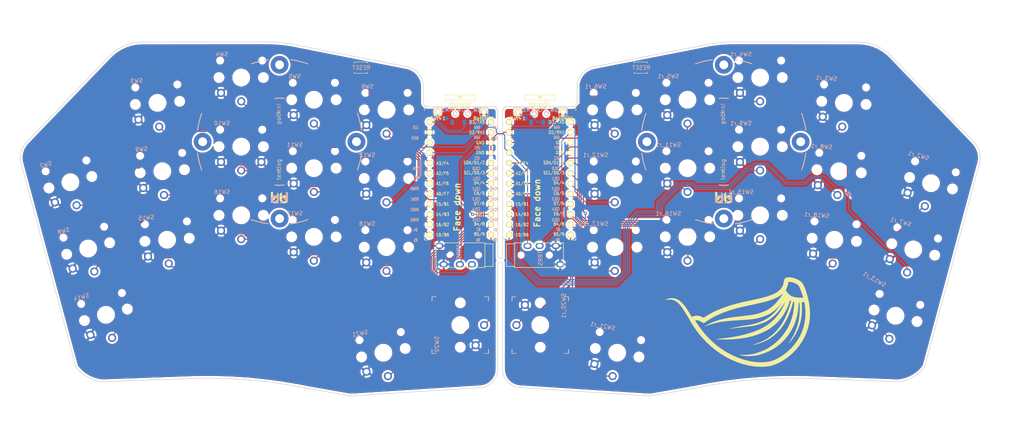
<source format=kicad_pcb>
(kicad_pcb (version 20171130) (host pcbnew 5.1.10)
  (layers (0 F.Cu signal) (31 B.Cu signal) (34 B.Paste user) (35 F.Paste user) (36 B.SilkS user) (37 F.SilkS user) (38 B.Mask user) (39 F.Mask user) (44 Edge.Cuts user))
  (net 0 "")
  (net 1 BT+)
  (net 2 gnd)
  (net 3 vcc)
  (net 4 Switch18)
  (net 5 reset)
  (net 6 Switch1)
  (net 7 Switch2)
  (net 8 Switch3)
  (net 9 Switch4)
  (net 10 Switch5)
  (net 11 Switch6)
  (net 12 Switch7)
  (net 13 Switch8)
  (net 14 Switch9)
  (net 15 Switch10)
  (net 16 Switch11)
  (net 17 Switch12)
  (net 18 Switch13)
  (net 19 Switch14)
  (net 20 Switch15)
  (net 21 Switch16)
  (net 22 Switch17)
  (net 23 "Net-(SW_POWER1-Pad1)")
  (net 24 raw)
  (net 25 BT+_r)
  (net 26 Switch18_r)
  (net 27 reset_r)
  (net 28 Switch9_r)
  (net 29 Switch10_r)
  (net 30 Switch11_r)
  (net 31 Switch12_r)
  (net 32 Switch13_r)
  (net 33 Switch14_r)
  (net 34 Switch15_r)
  (net 35 Switch16_r)
  (net 36 Switch17_r)
  (net 37 Switch1_r)
  (net 38 Switch2_r)
  (net 39 Switch3_r)
  (net 40 Switch4_r)
  (net 41 Switch5_r)
  (net 42 Switch6_r)
  (net 43 Switch7_r)
  (net 44 Switch8_r)
  (net 45 "Net-(SW_POWERR1-Pad1)")
  (module kbd:garlic (layer F.Cu) (at 194.818 97.028 20)
    (fp_text reference G*** hide)
    (fp_text value LOGO hide)
  )
  (module Kailh:SW_PG1350_15_non_reversible_b2 (layer F.Cu) (at 144.018 97.536 270)
    (fp_text reference SW20_r1 hide)
    (fp_text value SW_Push hide)
    (fp_text user %R (at -4.76 -5.8 90) (layer B.SilkS) (effects (justify mirror)))
    (pad "" np_thru_hole circle (at 0 0 270) (size 3.429 3.429) (drill 3.429) (layers *.Cu *.Mask))
    (pad 2 thru_hole circle (at -5 3.8 270) (size 2.032 2.032) (drill 1.27) (layers *.Cu *.Mask) (net 2 gnd))
    (pad 1 thru_hole circle (at 0 5.9 270) (size 2.032 2.032) (drill 1.27) (layers *.Cu *.Mask) (net 36 Switch17_r))
    (pad "" np_thru_hole circle (at 5.5 0 270) (size 1.7018 1.7018) (drill 1.7018) (layers *.Cu *.Mask))
    (pad "" np_thru_hole circle (at -5.5 0 270) (size 1.7018 1.7018) (drill 1.7018) (layers *.Cu *.Mask))
  )
  (module kbd:1pin_conn (layer F.Cu) (at 118.618 44.704)
    (fp_text reference Bat+1 (at 0 1.651) (layer F.SilkS) (effects (font (size 0.8128 0.8128))))
    (fp_text value MountingHole_Pad hide)
    (fp_text user ** (at 0 1.651) (layer B.SilkS) (effects (font (size 0.8128 0.8128)) (justify mirror)))
    (pad 1 thru_hole circle (at 0 0) (size 1.397 1.397) (drill 0.8128) (layers *.Cu *.Mask F.SilkS) (net 25 BT+_r))
  )
  (module kbd:1pin_conn (layer F.Cu) (at 130.048 44.704)
    (fp_text reference BatGND4 (at 0 1.651) (layer F.SilkS) (effects (font (size 0.8128 0.8128))))
    (fp_text value MountingHole_Pad hide)
    (fp_text user ** (at 0 1.651) (layer B.SilkS) (effects (font (size 0.8128 0.8128)) (justify mirror)))
    (pad 1 thru_hole circle (at 0 0) (size 1.397 1.397) (drill 0.8128) (layers *.Cu *.Mask F.SilkS) (net 2 gnd))
  )
  (module Kailh:SW_PG1350_15_non_reversible_b2 (layer F.Cu) (at 124.206 97.536 90)
    (fp_text reference SW20 hide)
    (fp_text value SW_Push hide)
    (fp_text user %R (at -4.76 -5.8 90) (layer B.SilkS) (effects (justify mirror)))
    (pad "" np_thru_hole circle (at 0 0 90) (size 3.429 3.429) (drill 3.429) (layers *.Cu *.Mask))
    (pad 2 thru_hole circle (at -5 3.8 90) (size 2.032 2.032) (drill 1.27) (layers *.Cu *.Mask) (net 2 gnd))
    (pad 1 thru_hole circle (at 0 5.9 90) (size 2.032 2.032) (drill 1.27) (layers *.Cu *.Mask) (net 22 Switch17))
    (pad "" np_thru_hole circle (at 5.5 0 90) (size 1.7018 1.7018) (drill 1.7018) (layers *.Cu *.Mask))
    (pad "" np_thru_hole circle (at -5.5 0 90) (size 1.7018 1.7018) (drill 1.7018) (layers *.Cu *.Mask))
  )
  (module kbd:ProMicro_v3 (layer F.Cu) (at 143.918 61.722)
    (fp_text reference U2 hide)
    (fp_text value ProMicro-kbd hide)
    (fp_text user ROW1 (at -11.3 4.6355) (layer B.SilkS) (effects (font (size 0.75 0.5) (thickness 0.125)) (justify mirror)))
    (fp_text user COL4 (at 3.95 7.112) (layer B.SilkS) (effects (font (size 0.75 0.5) (thickness 0.125)) (justify mirror)))
    (fp_text user ROW2 (at -11.3 7.239) (layer B.SilkS) (effects (font (size 0.75 0.5) (thickness 0.125)) (justify mirror)))
    (fp_text user COL5 (at 4 9.75) (layer B.SilkS) (effects (font (size 0.75 0.5) (thickness 0.125)) (justify mirror)))
    (fp_text user ROW3 (at -11.3 9.75) (layer B.SilkS) (effects (font (size 0.75 0.5) (thickness 0.125)) (justify mirror)))
    (fp_text user B2 (at 4.5085 12.1285) (layer B.SilkS) (effects (font (size 0.75 0.5) (thickness 0.125)) (justify mirror)))
    (fp_text user B4 (at -11.049 12.2555) (layer B.SilkS) (effects (font (size 0.75 0.5) (thickness 0.125)) (justify mirror)))
    (fp_text user B5 (at -11.049 14.7955) (layer B.SilkS) (effects (font (size 0.75 0.5) (thickness 0.125)) (justify mirror)))
    (fp_text user B6 (at 4.445 14.732) (layer B.SilkS) (effects (font (size 0.75 0.5) (thickness 0.125)) (justify mirror)))
    (fp_text user COL0 (at 4 -2.95) (layer B.SilkS) (effects (font (size 0.75 0.5) (thickness 0.125)) (justify mirror)))
    (fp_text user SDA (at -11.049 -2.9845) (layer B.SilkS) (effects (font (size 0.75 0.5) (thickness 0.125)) (justify mirror)))
    (fp_text user COL1 (at 4 -0.4445) (layer B.SilkS) (effects (font (size 0.75 0.5) (thickness 0.125)) (justify mirror)))
    (fp_text user SCL (at -11.049 -0.4445) (layer B.SilkS) (effects (font (size 0.75 0.5) (thickness 0.125)) (justify mirror)))
    (fp_text user COL2 (at 4 2.1) (layer B.SilkS) (effects (font (size 0.75 0.5) (thickness 0.125)) (justify mirror)))
    (fp_text user ROW0 (at -11.3 2.032) (layer B.SilkS) (effects (font (size 0.75 0.5) (thickness 0.125)) (justify mirror)))
    (fp_text user COL3 (at 4 4.6) (layer B.SilkS) (effects (font (size 0.75 0.5) (thickness 0.125)) (justify mirror)))
    (fp_text user DATA (at -11.2 -10.5) (layer B.SilkS) (effects (font (size 0.75 0.5) (thickness 0.125)) (justify mirror)))
    (fp_text user LED (at -11.049 -13.1445) (layer B.SilkS) (effects (font (size 0.75 0.5) (thickness 0.125)) (justify mirror)))
    (fp_text user fff (at -1.2065 -16.256) (layer B.SilkS) (effects (justify mirror)))
    (fp_text user e (at -0.5 -17.25) (layer F.SilkS))
    (fp_text user RAW (at 4.191 -13.1445 unlocked) (layer B.SilkS) (effects (font (size 0.75 0.5) (thickness 0.125)) (justify mirror)))
    (fp_text user GND (at 4.1275 -10.668 unlocked) (layer B.SilkS) (effects (font (size 0.75 0.5) (thickness 0.125)) (justify mirror)))
    (fp_text user RST (at 4.191 -8.0645 unlocked) (layer B.SilkS) (effects (font (size 0.75 0.5) (thickness 0.125)) (justify mirror)))
    (fp_text user VCC (at 4.1275 -5.5245 unlocked) (layer B.SilkS) (effects (font (size 0.75 0.5) (thickness 0.125)) (justify mirror)))
    (fp_text user A3/F4 (at -4.395 -4.25 unlocked) (layer F.SilkS) (effects (font (size 0.75 0.67) (thickness 0.125))))
    (fp_text user A2/F5 (at -4.395 -1.75 unlocked) (layer F.SilkS) (effects (font (size 0.75 0.67) (thickness 0.125))))
    (fp_text user A1/F6 (at -4.395 0.75 unlocked) (layer F.SilkS) (effects (font (size 0.75 0.67) (thickness 0.125))))
    (fp_text user A0/F7 (at -4.395 3.3 unlocked) (layer F.SilkS) (effects (font (size 0.75 0.67) (thickness 0.125))))
    (fp_text user 15/B1 (at -4.395 5.85 unlocked) (layer F.SilkS) (effects (font (size 0.75 0.67) (thickness 0.125))))
    (fp_text user 14/B3 (at -4.395 8.4 unlocked) (layer F.SilkS) (effects (font (size 0.75 0.67) (thickness 0.125))))
    (fp_text user 10/B6 (at -4.395 13.45 unlocked) (layer F.SilkS) (effects (font (size 0.75 0.67) (thickness 0.125))))
    (fp_text user 16/B2 (at -4.395 10.95 unlocked) (layer F.SilkS) (effects (font (size 0.75 0.67) (thickness 0.125))))
    (fp_text user E6/7 (at 4.705 8.25 unlocked) (layer F.SilkS) (effects (font (size 0.75 0.67) (thickness 0.125))))
    (fp_text user D7/6 (at 4.705 5.7 unlocked) (layer F.SilkS) (effects (font (size 0.75 0.67) (thickness 0.125))))
    (fp_text user GND (at 4.955 -9.35 unlocked) (layer F.SilkS) (effects (font (size 0.75 0.67) (thickness 0.125))))
    (fp_text user GND (at 4.955 -6.9 unlocked) (layer F.SilkS) (effects (font (size 0.75 0.67) (thickness 0.125))))
    (fp_text user D3/TX0 (at 4.155 -14.45 unlocked) (layer F.SilkS) (effects (font (size 0.75 0.67) (thickness 0.125))))
    (fp_text user D4/4 (at 4.705 0.6 unlocked) (layer F.SilkS) (effects (font (size 0.75 0.67) (thickness 0.125))))
    (fp_text user SDA/D1/2 (at 3.455 -4.4 unlocked) (layer F.SilkS) (effects (font (size 0.75 0.67) (thickness 0.125))))
    (fp_text user SCL/D0/3 (at 3.455 -1.9 unlocked) (layer F.SilkS) (effects (font (size 0.75 0.67) (thickness 0.125))))
    (fp_text user C6/5 (at 4.705 3.15 unlocked) (layer F.SilkS) (effects (font (size 0.75 0.67) (thickness 0.125))))
    (fp_text user B5/9 (at 4.705 13.3 unlocked) (layer F.SilkS) (effects (font (size 0.75 0.67) (thickness 0.125))))
    (fp_text user D2/RX1 (at 4.155 -11.9 unlocked) (layer F.SilkS) (effects (font (size 0.75 0.67) (thickness 0.125))))
    (fp_text user B4/8 (at 4.705 10.8 unlocked) (layer F.SilkS) (effects (font (size 0.75 0.67) (thickness 0.125))))
    (fp_text user MicroUSB (at -0.05 -18.95) (layer F.SilkS) (effects (font (size 0.75 0.75) (thickness 0.12))))
    (pad 24 thru_hole circle (at -7.6086 -14.478) (size 1.524 1.524) (drill 0.8128) (layers *.Cu F.SilkS B.Mask) (net 24 raw))
    (pad 23 thru_hole circle (at -7.6086 -11.938) (size 1.524 1.524) (drill 0.8128) (layers *.Cu F.SilkS B.Mask) (net 2 gnd))
    (pad 22 thru_hole circle (at -7.6086 -9.398) (size 1.524 1.524) (drill 0.8128) (layers *.Cu F.SilkS B.Mask) (net 27 reset_r))
    (pad 21 thru_hole circle (at -7.6086 -6.858) (size 1.524 1.524) (drill 0.8128) (layers *.Cu F.SilkS B.Mask) (net 3 vcc))
    (pad 20 thru_hole circle (at -7.6086 -4.318) (size 1.524 1.524) (drill 0.8128) (layers *.Cu F.SilkS B.Mask) (net 41 Switch5_r))
    (pad 19 thru_hole circle (at -7.6086 -1.778) (size 1.524 1.524) (drill 0.8128) (layers *.Cu F.SilkS B.Mask) (net 40 Switch4_r))
    (pad 18 thru_hole circle (at -7.6086 0.762) (size 1.524 1.524) (drill 0.8128) (layers *.Cu F.SilkS B.Mask) (net 39 Switch3_r))
    (pad 17 thru_hole circle (at -7.6086 3.302) (size 1.524 1.524) (drill 0.8128) (layers *.Cu F.SilkS B.Mask) (net 38 Switch2_r))
    (pad 16 thru_hole circle (at -7.6086 5.842) (size 1.524 1.524) (drill 0.8128) (layers *.Cu F.SilkS B.Mask) (net 42 Switch6_r))
    (pad 15 thru_hole circle (at -7.6086 8.382) (size 1.524 1.524) (drill 0.8128) (layers *.Cu F.SilkS B.Mask) (net 43 Switch7_r))
    (pad 14 thru_hole circle (at -7.6086 10.922) (size 1.524 1.524) (drill 0.8128) (layers *.Cu F.SilkS B.Mask) (net 44 Switch8_r))
    (pad 13 thru_hole circle (at -7.6086 13.462) (size 1.524 1.524) (drill 0.8128) (layers *.Cu F.SilkS B.Mask) (net 28 Switch9_r))
    (pad 12 thru_hole circle (at 7.6114 13.462) (size 1.524 1.524) (drill 0.8128) (layers *.Cu F.SilkS B.Mask) (net 36 Switch17_r))
    (pad 11 thru_hole circle (at 7.6114 10.922) (size 1.524 1.524) (drill 0.8128) (layers *.Cu F.SilkS B.Mask) (net 35 Switch16_r))
    (pad 10 thru_hole circle (at 7.6114 8.382) (size 1.524 1.524) (drill 0.8128) (layers *.Cu F.SilkS B.Mask) (net 37 Switch1_r))
    (pad 9 thru_hole circle (at 7.6114 5.842) (size 1.524 1.524) (drill 0.8128) (layers *.Cu F.SilkS B.Mask) (net 34 Switch15_r))
    (pad 8 thru_hole circle (at 7.6114 3.302) (size 1.524 1.524) (drill 0.8128) (layers *.Cu F.SilkS B.Mask) (net 33 Switch14_r))
    (pad 7 thru_hole circle (at 7.6114 0.762) (size 1.524 1.524) (drill 0.8128) (layers *.Cu F.SilkS B.Mask) (net 32 Switch13_r))
    (pad 6 thru_hole circle (at 7.6114 -1.778) (size 1.524 1.524) (drill 0.8128) (layers *.Cu F.SilkS B.Mask) (net 31 Switch12_r))
    (pad 5 thru_hole circle (at 7.6114 -4.318) (size 1.524 1.524) (drill 0.8128) (layers *.Cu F.SilkS B.Mask) (net 30 Switch11_r))
    (pad 4 thru_hole circle (at 7.6114 -6.858) (size 1.524 1.524) (drill 0.8128) (layers *.Cu F.SilkS B.Mask) (net 2 gnd))
    (pad 3 thru_hole circle (at 7.6114 -9.398) (size 1.524 1.524) (drill 0.8128) (layers *.Cu F.SilkS B.Mask) (net 2 gnd))
    (pad 2 thru_hole circle (at 7.6114 -11.938) (size 1.524 1.524) (drill 0.8128) (layers *.Cu F.SilkS B.Mask) (net 26 Switch18_r))
    (pad 1 thru_hole circle (at 7.6114 -14.478) (size 1.524 1.524) (drill 0.8128) (layers *.Cu F.SilkS B.Mask) (net 29 Switch10_r))
  )
  (module kbd:ProMicro_v3 (layer F.Cu) (at 124.206 61.722)
    (fp_text reference U1 hide)
    (fp_text value ProMicro-kbd hide)
    (fp_text user ROW1 (at -11.3 4.6355) (layer B.SilkS) (effects (font (size 0.75 0.5) (thickness 0.125)) (justify mirror)))
    (fp_text user COL4 (at 3.95 7.112) (layer B.SilkS) (effects (font (size 0.75 0.5) (thickness 0.125)) (justify mirror)))
    (fp_text user ROW2 (at -11.3 7.239) (layer B.SilkS) (effects (font (size 0.75 0.5) (thickness 0.125)) (justify mirror)))
    (fp_text user COL5 (at 4 9.75) (layer B.SilkS) (effects (font (size 0.75 0.5) (thickness 0.125)) (justify mirror)))
    (fp_text user ROW3 (at -11.3 9.75) (layer B.SilkS) (effects (font (size 0.75 0.5) (thickness 0.125)) (justify mirror)))
    (fp_text user B2 (at 4.5085 12.1285) (layer B.SilkS) (effects (font (size 0.75 0.5) (thickness 0.125)) (justify mirror)))
    (fp_text user B4 (at -11.049 12.2555) (layer B.SilkS) (effects (font (size 0.75 0.5) (thickness 0.125)) (justify mirror)))
    (fp_text user B5 (at -11.049 14.7955) (layer B.SilkS) (effects (font (size 0.75 0.5) (thickness 0.125)) (justify mirror)))
    (fp_text user B6 (at 4.445 14.732) (layer B.SilkS) (effects (font (size 0.75 0.5) (thickness 0.125)) (justify mirror)))
    (fp_text user COL0 (at 4 -2.95) (layer B.SilkS) (effects (font (size 0.75 0.5) (thickness 0.125)) (justify mirror)))
    (fp_text user SDA (at -11.049 -2.9845) (layer B.SilkS) (effects (font (size 0.75 0.5) (thickness 0.125)) (justify mirror)))
    (fp_text user COL1 (at 4 -0.4445) (layer B.SilkS) (effects (font (size 0.75 0.5) (thickness 0.125)) (justify mirror)))
    (fp_text user SCL (at -11.049 -0.4445) (layer B.SilkS) (effects (font (size 0.75 0.5) (thickness 0.125)) (justify mirror)))
    (fp_text user COL2 (at 4 2.1) (layer B.SilkS) (effects (font (size 0.75 0.5) (thickness 0.125)) (justify mirror)))
    (fp_text user ROW0 (at -11.3 2.032) (layer B.SilkS) (effects (font (size 0.75 0.5) (thickness 0.125)) (justify mirror)))
    (fp_text user COL3 (at 4 4.6) (layer B.SilkS) (effects (font (size 0.75 0.5) (thickness 0.125)) (justify mirror)))
    (fp_text user DATA (at -11.2 -10.5) (layer B.SilkS) (effects (font (size 0.75 0.5) (thickness 0.125)) (justify mirror)))
    (fp_text user LED (at -11.049 -13.1445) (layer B.SilkS) (effects (font (size 0.75 0.5) (thickness 0.125)) (justify mirror)))
    (fp_text user "" (at -1.2065 -16.256) (layer B.SilkS) (effects (justify mirror)))
    (fp_text user "" (at -0.5 -17.25) (layer F.SilkS))
    (fp_text user RAW (at 4.191 -13.1445 unlocked) (layer B.SilkS) (effects (font (size 0.75 0.5) (thickness 0.125)) (justify mirror)))
    (fp_text user GND (at 4.1275 -10.668 unlocked) (layer B.SilkS) (effects (font (size 0.75 0.5) (thickness 0.125)) (justify mirror)))
    (fp_text user RST (at 4.191 -8.0645 unlocked) (layer B.SilkS) (effects (font (size 0.75 0.5) (thickness 0.125)) (justify mirror)))
    (fp_text user VCC (at 4.1275 -5.5245 unlocked) (layer B.SilkS) (effects (font (size 0.75 0.5) (thickness 0.125)) (justify mirror)))
    (fp_text user A3/F4 (at -4.395 -4.25 unlocked) (layer F.SilkS) (effects (font (size 0.75 0.67) (thickness 0.125))))
    (fp_text user A2/F5 (at -4.395 -1.75 unlocked) (layer F.SilkS) (effects (font (size 0.75 0.67) (thickness 0.125))))
    (fp_text user A1/F6 (at -4.395 0.75 unlocked) (layer F.SilkS) (effects (font (size 0.75 0.67) (thickness 0.125))))
    (fp_text user A0/F7 (at -4.395 3.3 unlocked) (layer F.SilkS) (effects (font (size 0.75 0.67) (thickness 0.125))))
    (fp_text user 15/B1 (at -4.395 5.85 unlocked) (layer F.SilkS) (effects (font (size 0.75 0.67) (thickness 0.125))))
    (fp_text user 14/B3 (at -4.395 8.4 unlocked) (layer F.SilkS) (effects (font (size 0.75 0.67) (thickness 0.125))))
    (fp_text user 10/B6 (at -4.395 13.45 unlocked) (layer F.SilkS) (effects (font (size 0.75 0.67) (thickness 0.125))))
    (fp_text user 16/B2 (at -4.395 10.95 unlocked) (layer F.SilkS) (effects (font (size 0.75 0.67) (thickness 0.125))))
    (fp_text user E6/7 (at 4.705 8.25 unlocked) (layer F.SilkS) (effects (font (size 0.75 0.67) (thickness 0.125))))
    (fp_text user D7/6 (at 4.705 5.7 unlocked) (layer F.SilkS) (effects (font (size 0.75 0.67) (thickness 0.125))))
    (fp_text user GND (at 4.955 -9.35 unlocked) (layer F.SilkS) (effects (font (size 0.75 0.67) (thickness 0.125))))
    (fp_text user GND (at 4.955 -6.9 unlocked) (layer F.SilkS) (effects (font (size 0.75 0.67) (thickness 0.125))))
    (fp_text user D3/TX0 (at 4.155 -14.45 unlocked) (layer F.SilkS) (effects (font (size 0.75 0.67) (thickness 0.125))))
    (fp_text user D4/4 (at 4.705 0.6 unlocked) (layer F.SilkS) (effects (font (size 0.75 0.67) (thickness 0.125))))
    (fp_text user SDA/D1/2 (at 3.455 -4.4 unlocked) (layer F.SilkS) (effects (font (size 0.75 0.67) (thickness 0.125))))
    (fp_text user SCL/D0/3 (at 3.455 -1.9 unlocked) (layer F.SilkS) (effects (font (size 0.75 0.67) (thickness 0.125))))
    (fp_text user C6/5 (at 4.705 3.15 unlocked) (layer F.SilkS) (effects (font (size 0.75 0.67) (thickness 0.125))))
    (fp_text user B5/9 (at 4.705 13.3 unlocked) (layer F.SilkS) (effects (font (size 0.75 0.67) (thickness 0.125))))
    (fp_text user D2/RX1 (at 4.155 -11.9 unlocked) (layer F.SilkS) (effects (font (size 0.75 0.67) (thickness 0.125))))
    (fp_text user B4/8 (at 4.705 10.8 unlocked) (layer F.SilkS) (effects (font (size 0.75 0.67) (thickness 0.125))))
    (fp_text user MicroUSB (at -0.05 -18.95) (layer F.SilkS) (effects (font (size 0.75 0.75) (thickness 0.12))))
    (pad 24 thru_hole circle (at -7.6086 -14.478) (size 1.524 1.524) (drill 0.8128) (layers *.Cu F.SilkS B.Mask) (net 24 raw))
    (pad 23 thru_hole circle (at -7.6086 -11.938) (size 1.524 1.524) (drill 0.8128) (layers *.Cu F.SilkS B.Mask) (net 2 gnd))
    (pad 22 thru_hole circle (at -7.6086 -9.398) (size 1.524 1.524) (drill 0.8128) (layers *.Cu F.SilkS B.Mask) (net 5 reset))
    (pad 21 thru_hole circle (at -7.6086 -6.858) (size 1.524 1.524) (drill 0.8128) (layers *.Cu F.SilkS B.Mask) (net 3 vcc))
    (pad 20 thru_hole circle (at -7.6086 -4.318) (size 1.524 1.524) (drill 0.8128) (layers *.Cu F.SilkS B.Mask) (net 10 Switch5))
    (pad 19 thru_hole circle (at -7.6086 -1.778) (size 1.524 1.524) (drill 0.8128) (layers *.Cu F.SilkS B.Mask) (net 9 Switch4))
    (pad 18 thru_hole circle (at -7.6086 0.762) (size 1.524 1.524) (drill 0.8128) (layers *.Cu F.SilkS B.Mask) (net 8 Switch3))
    (pad 17 thru_hole circle (at -7.6086 3.302) (size 1.524 1.524) (drill 0.8128) (layers *.Cu F.SilkS B.Mask) (net 7 Switch2))
    (pad 16 thru_hole circle (at -7.6086 5.842) (size 1.524 1.524) (drill 0.8128) (layers *.Cu F.SilkS B.Mask) (net 11 Switch6))
    (pad 15 thru_hole circle (at -7.6086 8.382) (size 1.524 1.524) (drill 0.8128) (layers *.Cu F.SilkS B.Mask) (net 12 Switch7))
    (pad 14 thru_hole circle (at -7.6086 10.922) (size 1.524 1.524) (drill 0.8128) (layers *.Cu F.SilkS B.Mask) (net 13 Switch8))
    (pad 13 thru_hole circle (at -7.6086 13.462) (size 1.524 1.524) (drill 0.8128) (layers *.Cu F.SilkS B.Mask) (net 14 Switch9))
    (pad 12 thru_hole circle (at 7.6114 13.462) (size 1.524 1.524) (drill 0.8128) (layers *.Cu F.SilkS B.Mask) (net 22 Switch17))
    (pad 11 thru_hole circle (at 7.6114 10.922) (size 1.524 1.524) (drill 0.8128) (layers *.Cu F.SilkS B.Mask) (net 21 Switch16))
    (pad 10 thru_hole circle (at 7.6114 8.382) (size 1.524 1.524) (drill 0.8128) (layers *.Cu F.SilkS B.Mask) (net 6 Switch1))
    (pad 9 thru_hole circle (at 7.6114 5.842) (size 1.524 1.524) (drill 0.8128) (layers *.Cu F.SilkS B.Mask) (net 20 Switch15))
    (pad 8 thru_hole circle (at 7.6114 3.302) (size 1.524 1.524) (drill 0.8128) (layers *.Cu F.SilkS B.Mask) (net 19 Switch14))
    (pad 7 thru_hole circle (at 7.6114 0.762) (size 1.524 1.524) (drill 0.8128) (layers *.Cu F.SilkS B.Mask) (net 18 Switch13))
    (pad 6 thru_hole circle (at 7.6114 -1.778) (size 1.524 1.524) (drill 0.8128) (layers *.Cu F.SilkS B.Mask) (net 17 Switch12))
    (pad 5 thru_hole circle (at 7.6114 -4.318) (size 1.524 1.524) (drill 0.8128) (layers *.Cu F.SilkS B.Mask) (net 16 Switch11))
    (pad 4 thru_hole circle (at 7.6114 -6.858) (size 1.524 1.524) (drill 0.8128) (layers *.Cu F.SilkS B.Mask) (net 2 gnd))
    (pad 3 thru_hole circle (at 7.6114 -9.398) (size 1.524 1.524) (drill 0.8128) (layers *.Cu F.SilkS B.Mask) (net 2 gnd))
    (pad 2 thru_hole circle (at 7.6114 -11.938) (size 1.524 1.524) (drill 0.8128) (layers *.Cu F.SilkS B.Mask) (net 4 Switch18))
    (pad 1 thru_hole circle (at 7.6114 -14.478) (size 1.524 1.524) (drill 0.8128) (layers *.Cu F.SilkS B.Mask) (net 15 Switch10))
  )
  (module Kailh:TRRS-PJ-320A (layer F.Cu) (at 137.668 80.21 90)
    (fp_text reference J1)
    (fp_text value AudioJack4dpb hide)
    (fp_text user TRRS (at -0.8255 6.4135 90) (layer B.SilkS) (effects (justify mirror)))
    (pad R1 thru_hole oval (at 2.3 6.2 90) (size 1.6 2) (drill oval 0.9 1.3) (layers *.Cu *.Mask) (net 26 Switch18_r))
    (pad "" np_thru_hole circle (at 0 1.6 90) (size 0.8 0.8) (drill 0.8) (layers *.Cu *.Mask))
    (pad "" np_thru_hole circle (at 0 8.6 90) (size 0.8 0.8) (drill 0.8) (layers *.Cu *.Mask))
    (pad R2 thru_hole oval (at 2.3 3.2 90) (size 1.6 2) (drill oval 0.9 1.3) (layers *.Cu *.Mask) (net 3 vcc))
    (pad T thru_hole oval (at 2.3 10.2 90) (size 1.6 2) (drill oval 0.9 1.3) (layers *.Cu *.Mask) (net 2 gnd))
    (pad S thru_hole oval (at -2.3 11.3 90) (size 1.6 2) (drill oval 0.9 1.3) (layers *.Cu *.Mask) (net 2 gnd))
  )
  (module Kailh:TRRS-PJ-320A (layer F.Cu) (at 130.302 80.21 270)
    (fp_text reference J2)
    (fp_text value AudioJack4dpb hide)
    (fp_text user TRRS (at -0.8255 6.4135 90) (layer B.SilkS) (effects (justify mirror)))
    (pad R1 thru_hole oval (at 2.3 6.2 270) (size 1.6 2) (drill oval 0.9 1.3) (layers *.Cu *.Mask) (net 4 Switch18))
    (pad "" np_thru_hole circle (at 0 1.6 270) (size 0.8 0.8) (drill 0.8) (layers *.Cu *.Mask))
    (pad "" np_thru_hole circle (at 0 8.6 270) (size 0.8 0.8) (drill 0.8) (layers *.Cu *.Mask))
    (pad R2 thru_hole oval (at 2.3 3.2 270) (size 1.6 2) (drill oval 0.9 1.3) (layers *.Cu *.Mask) (net 3 vcc))
    (pad T thru_hole oval (at 2.3 10.2 270) (size 1.6 2) (drill oval 0.9 1.3) (layers *.Cu *.Mask) (net 2 gnd))
    (pad S thru_hole oval (at -2.3 11.3 270) (size 1.6 2) (drill oval 0.9 1.3) (layers *.Cu *.Mask) (net 2 gnd))
  )
  (module Kailh:SPDT_C128955 (layer B.Cu) (at 124.46 45.212 180)
    (fp_text reference SW_POWERR1 (at 0 1) (layer B.SilkS) (effects (justify mirror)))
    (fp_text value SW_SPDT)
    (pad 0 smd rect (at -3.7 1.1 180) (size 0.9 0.9) (layers B.Cu B.Paste B.Mask))
    (pad 0 smd rect (at -3.7 -1.1 180) (size 0.9 0.9) (layers B.Cu B.Paste B.Mask))
    (pad 0 smd rect (at 3.7 -1.1 180) (size 0.9 0.9) (layers B.Cu B.Paste B.Mask))
    (pad 0 smd rect (at 3.7 1.1 180) (size 0.9 0.9) (layers B.Cu B.Paste B.Mask))
    (pad 1 smd rect (at 2.25 -2.075 180) (size 0.9 1.25) (layers B.Cu B.Paste B.Mask) (net 45 "Net-(SW_POWERR1-Pad1)"))
    (pad 3 smd rect (at -2.25 -2.075 180) (size 0.9 1.25) (layers B.Cu B.Paste B.Mask) (net 24 raw))
    (pad 2 smd rect (at -0.75 -2.075 180) (size 0.9 1.25) (layers B.Cu B.Paste B.Mask) (net 25 BT+_r))
    (pad "" np_thru_hole circle (at -1.5 0 180) (size 1 1) (drill 0.9) (layers *.Cu *.Mask))
    (pad "" np_thru_hole circle (at 1.5 0 180) (size 1 1) (drill 0.9) (layers *.Cu *.Mask))
  )
  (module Kailh:SPDT_C128955 (layer B.Cu) (at 144.018 45.212 180)
    (fp_text reference SW_POWER1 (at 0 1) (layer B.SilkS) (effects (justify mirror)))
    (fp_text value SW_SPDT)
    (pad 0 smd rect (at -3.7 1.1 180) (size 0.9 0.9) (layers B.Cu B.Paste B.Mask))
    (pad 0 smd rect (at -3.7 -1.1 180) (size 0.9 0.9) (layers B.Cu B.Paste B.Mask))
    (pad 0 smd rect (at 3.7 -1.1 180) (size 0.9 0.9) (layers B.Cu B.Paste B.Mask))
    (pad 0 smd rect (at 3.7 1.1 180) (size 0.9 0.9) (layers B.Cu B.Paste B.Mask))
    (pad 1 smd rect (at 2.25 -2.075 180) (size 0.9 1.25) (layers B.Cu B.Paste B.Mask) (net 23 "Net-(SW_POWER1-Pad1)"))
    (pad 3 smd rect (at -2.25 -2.075 180) (size 0.9 1.25) (layers B.Cu B.Paste B.Mask) (net 24 raw))
    (pad 2 smd rect (at -0.75 -2.075 180) (size 0.9 1.25) (layers B.Cu B.Paste B.Mask) (net 1 BT+))
    (pad "" np_thru_hole circle (at -1.5 0 180) (size 1 1) (drill 0.9) (layers *.Cu *.Mask))
    (pad "" np_thru_hole circle (at 1.5 0 180) (size 1 1) (drill 0.9) (layers *.Cu *.Mask))
  )
  (module Kailh:SW_PG1350_nonrev_DPB (layer F.Cu) (at 27.626215 62.16335 15)
    (fp_text reference SW2 hide)
    (fp_text value SW_Push hide)
    (fp_text user %R (at -4.76 -5.8 15) (layer B.SilkS) (effects (justify mirror)))
    (pad "" np_thru_hole circle (at -5.22 -4.2 15) (size 0.9906 0.9906) (drill 0.9906) (layers *.Cu *.Mask))
    (pad "" np_thru_hole circle (at 0 0 15) (size 3.429 3.429) (drill 3.429) (layers *.Cu *.Mask))
    (pad 2 thru_hole circle (at -5 3.8 15) (size 2.032 2.032) (drill 1.27) (layers *.Cu *.Mask) (net 2 gnd))
    (pad 1 thru_hole circle (at 0 5.9 15) (size 2.032 2.032) (drill 1.27) (layers *.Cu *.Mask) (net 6 Switch1))
    (pad "" np_thru_hole circle (at 5.22 -4.2 15) (size 0.9906 0.9906) (drill 0.9906) (layers *.Cu *.Mask))
    (pad "" np_thru_hole circle (at 5.5 0 15) (size 1.7018 1.7018) (drill 1.7018) (layers *.Cu *.Mask))
    (pad "" np_thru_hole circle (at -5.5 0 15) (size 1.7018 1.7018) (drill 1.7018) (layers *.Cu *.Mask))
  )
  (module Kailh:SW_PG1350_nonrev_DPB (layer F.Cu) (at 49.20797 42.504143 4)
    (fp_text reference SW3 hide)
    (fp_text value SW_Push hide)
    (fp_text user %R (at -4.76 -5.8 4) (layer B.SilkS) (effects (justify mirror)))
    (pad "" np_thru_hole circle (at -5.22 -4.2 4) (size 0.9906 0.9906) (drill 0.9906) (layers *.Cu *.Mask))
    (pad "" np_thru_hole circle (at 0 0 4) (size 3.429 3.429) (drill 3.429) (layers *.Cu *.Mask))
    (pad 2 thru_hole circle (at -5 3.8 4) (size 2.032 2.032) (drill 1.27) (layers *.Cu *.Mask) (net 2 gnd))
    (pad 1 thru_hole circle (at 0 5.9 4) (size 2.032 2.032) (drill 1.27) (layers *.Cu *.Mask) (net 7 Switch2))
    (pad "" np_thru_hole circle (at 5.22 -4.2 4) (size 0.9906 0.9906) (drill 0.9906) (layers *.Cu *.Mask))
    (pad "" np_thru_hole circle (at 5.5 0 4) (size 1.7018 1.7018) (drill 1.7018) (layers *.Cu *.Mask))
    (pad "" np_thru_hole circle (at -5.5 0 4) (size 1.7018 1.7018) (drill 1.7018) (layers *.Cu *.Mask))
  )
  (module Kailh:SW_PG1350_nonrev_DPB (layer F.Cu) (at 69.938 36.224)
    (fp_text reference SW4 hide)
    (fp_text value SW_Push hide)
    (fp_text user %R (at -4.76 -5.8) (layer B.SilkS) (effects (justify mirror)))
    (pad "" np_thru_hole circle (at -5.22 -4.2) (size 0.9906 0.9906) (drill 0.9906) (layers *.Cu *.Mask))
    (pad "" np_thru_hole circle (at 0 0) (size 3.429 3.429) (drill 3.429) (layers *.Cu *.Mask))
    (pad 2 thru_hole circle (at -5 3.8) (size 2.032 2.032) (drill 1.27) (layers *.Cu *.Mask) (net 2 gnd))
    (pad 1 thru_hole circle (at 0 5.9) (size 2.032 2.032) (drill 1.27) (layers *.Cu *.Mask) (net 8 Switch3))
    (pad "" np_thru_hole circle (at 5.22 -4.2) (size 0.9906 0.9906) (drill 0.9906) (layers *.Cu *.Mask))
    (pad "" np_thru_hole circle (at 5.5 0) (size 1.7018 1.7018) (drill 1.7018) (layers *.Cu *.Mask))
    (pad "" np_thru_hole circle (at -5.5 0) (size 1.7018 1.7018) (drill 1.7018) (layers *.Cu *.Mask))
  )
  (module Kailh:SW_PG1350_nonrev_DPB (layer F.Cu) (at 87.938 41.724)
    (fp_text reference SW5 hide)
    (fp_text value SW_Push hide)
    (fp_text user %R (at -4.76 -5.8) (layer B.SilkS) (effects (justify mirror)))
    (pad "" np_thru_hole circle (at -5.22 -4.2) (size 0.9906 0.9906) (drill 0.9906) (layers *.Cu *.Mask))
    (pad "" np_thru_hole circle (at 0 0) (size 3.429 3.429) (drill 3.429) (layers *.Cu *.Mask))
    (pad 2 thru_hole circle (at -5 3.8) (size 2.032 2.032) (drill 1.27) (layers *.Cu *.Mask) (net 2 gnd))
    (pad 1 thru_hole circle (at 0 5.9) (size 2.032 2.032) (drill 1.27) (layers *.Cu *.Mask) (net 9 Switch4))
    (pad "" np_thru_hole circle (at 5.22 -4.2) (size 0.9906 0.9906) (drill 0.9906) (layers *.Cu *.Mask))
    (pad "" np_thru_hole circle (at 5.5 0) (size 1.7018 1.7018) (drill 1.7018) (layers *.Cu *.Mask))
    (pad "" np_thru_hole circle (at -5.5 0) (size 1.7018 1.7018) (drill 1.7018) (layers *.Cu *.Mask))
  )
  (module Kailh:SW_PG1350_nonrev_DPB (layer F.Cu) (at 105.938 44.224)
    (fp_text reference SW6 hide)
    (fp_text value SW_Push hide)
    (fp_text user %R (at -4.76 -5.8) (layer B.SilkS) (effects (justify mirror)))
    (pad "" np_thru_hole circle (at -5.22 -4.2) (size 0.9906 0.9906) (drill 0.9906) (layers *.Cu *.Mask))
    (pad "" np_thru_hole circle (at 0 0) (size 3.429 3.429) (drill 3.429) (layers *.Cu *.Mask))
    (pad 2 thru_hole circle (at -5 3.8) (size 2.032 2.032) (drill 1.27) (layers *.Cu *.Mask) (net 2 gnd))
    (pad 1 thru_hole circle (at 0 5.9) (size 2.032 2.032) (drill 1.27) (layers *.Cu *.Mask) (net 10 Switch5))
    (pad "" np_thru_hole circle (at 5.22 -4.2) (size 0.9906 0.9906) (drill 0.9906) (layers *.Cu *.Mask))
    (pad "" np_thru_hole circle (at 5.5 0) (size 1.7018 1.7018) (drill 1.7018) (layers *.Cu *.Mask))
    (pad "" np_thru_hole circle (at -5.5 0) (size 1.7018 1.7018) (drill 1.7018) (layers *.Cu *.Mask))
  )
  (module Kailh:SW_PG1350_nonrev_DPB (layer F.Cu) (at 32.026138 78.58409 15)
    (fp_text reference SW8 hide)
    (fp_text value SW_Push hide)
    (fp_text user %R (at -4.76 -5.8 15) (layer B.SilkS) (effects (justify mirror)))
    (pad "" np_thru_hole circle (at -5.22 -4.2 15) (size 0.9906 0.9906) (drill 0.9906) (layers *.Cu *.Mask))
    (pad "" np_thru_hole circle (at 0 0 15) (size 3.429 3.429) (drill 3.429) (layers *.Cu *.Mask))
    (pad 2 thru_hole circle (at -5 3.8 15) (size 2.032 2.032) (drill 1.27) (layers *.Cu *.Mask) (net 2 gnd))
    (pad 1 thru_hole circle (at 0 5.9 15) (size 2.032 2.032) (drill 1.27) (layers *.Cu *.Mask) (net 11 Switch6))
    (pad "" np_thru_hole circle (at 5.22 -4.2 15) (size 0.9906 0.9906) (drill 0.9906) (layers *.Cu *.Mask))
    (pad "" np_thru_hole circle (at 5.5 0 15) (size 1.7018 1.7018) (drill 1.7018) (layers *.Cu *.Mask))
    (pad "" np_thru_hole circle (at -5.5 0 15) (size 1.7018 1.7018) (drill 1.7018) (layers *.Cu *.Mask))
  )
  (module Kailh:SW_PG1350_nonrev_DPB (layer F.Cu) (at 50.392017 59.436795 4)
    (fp_text reference SW9 hide)
    (fp_text value SW_Push hide)
    (fp_text user %R (at -4.76 -5.8 4) (layer B.SilkS) (effects (justify mirror)))
    (pad "" np_thru_hole circle (at -5.22 -4.2 4) (size 0.9906 0.9906) (drill 0.9906) (layers *.Cu *.Mask))
    (pad "" np_thru_hole circle (at 0 0 4) (size 3.429 3.429) (drill 3.429) (layers *.Cu *.Mask))
    (pad 2 thru_hole circle (at -5 3.8 4) (size 2.032 2.032) (drill 1.27) (layers *.Cu *.Mask) (net 2 gnd))
    (pad 1 thru_hole circle (at 0 5.9 4) (size 2.032 2.032) (drill 1.27) (layers *.Cu *.Mask) (net 12 Switch7))
    (pad "" np_thru_hole circle (at 5.22 -4.2 4) (size 0.9906 0.9906) (drill 0.9906) (layers *.Cu *.Mask))
    (pad "" np_thru_hole circle (at 5.5 0 4) (size 1.7018 1.7018) (drill 1.7018) (layers *.Cu *.Mask))
    (pad "" np_thru_hole circle (at -5.5 0 4) (size 1.7018 1.7018) (drill 1.7018) (layers *.Cu *.Mask))
  )
  (module Kailh:SW_PG1350_nonrev_DPB (layer F.Cu) (at 87.938 58.674)
    (fp_text reference SW11 hide)
    (fp_text value SW_Push hide)
    (fp_text user %R (at -4.76 -5.8) (layer B.SilkS) (effects (justify mirror)))
    (pad "" np_thru_hole circle (at -5.22 -4.2) (size 0.9906 0.9906) (drill 0.9906) (layers *.Cu *.Mask))
    (pad "" np_thru_hole circle (at 0 0) (size 3.429 3.429) (drill 3.429) (layers *.Cu *.Mask))
    (pad 2 thru_hole circle (at -5 3.8) (size 2.032 2.032) (drill 1.27) (layers *.Cu *.Mask) (net 2 gnd))
    (pad 1 thru_hole circle (at 0 5.9) (size 2.032 2.032) (drill 1.27) (layers *.Cu *.Mask) (net 14 Switch9))
    (pad "" np_thru_hole circle (at 5.22 -4.2) (size 0.9906 0.9906) (drill 0.9906) (layers *.Cu *.Mask))
    (pad "" np_thru_hole circle (at 5.5 0) (size 1.7018 1.7018) (drill 1.7018) (layers *.Cu *.Mask))
    (pad "" np_thru_hole circle (at -5.5 0) (size 1.7018 1.7018) (drill 1.7018) (layers *.Cu *.Mask))
  )
  (module Kailh:SW_PG1350_nonrev_DPB (layer F.Cu) (at 105.918 61.214)
    (fp_text reference SW12 hide)
    (fp_text value SW_Push hide)
    (fp_text user %R (at -4.76 -5.8) (layer B.SilkS) (effects (justify mirror)))
    (pad "" np_thru_hole circle (at -5.22 -4.2) (size 0.9906 0.9906) (drill 0.9906) (layers *.Cu *.Mask))
    (pad "" np_thru_hole circle (at 0 0) (size 3.429 3.429) (drill 3.429) (layers *.Cu *.Mask))
    (pad 2 thru_hole circle (at -5 3.8) (size 2.032 2.032) (drill 1.27) (layers *.Cu *.Mask) (net 2 gnd))
    (pad 1 thru_hole circle (at 0 5.9) (size 2.032 2.032) (drill 1.27) (layers *.Cu *.Mask) (net 15 Switch10))
    (pad "" np_thru_hole circle (at 5.22 -4.2) (size 0.9906 0.9906) (drill 0.9906) (layers *.Cu *.Mask))
    (pad "" np_thru_hole circle (at 5.5 0) (size 1.7018 1.7018) (drill 1.7018) (layers *.Cu *.Mask))
    (pad "" np_thru_hole circle (at -5.5 0) (size 1.7018 1.7018) (drill 1.7018) (layers *.Cu *.Mask))
  )
  (module Kailh:SW_PG1350_nonrev_DPB (layer F.Cu) (at 36.426062 95.004829 15)
    (fp_text reference SW14 hide)
    (fp_text value SW_Push hide)
    (fp_text user %R (at -4.76 -5.8 15) (layer B.SilkS) (effects (justify mirror)))
    (pad "" np_thru_hole circle (at -5.22 -4.2 15) (size 0.9906 0.9906) (drill 0.9906) (layers *.Cu *.Mask))
    (pad "" np_thru_hole circle (at 0 0 15) (size 3.429 3.429) (drill 3.429) (layers *.Cu *.Mask))
    (pad 2 thru_hole circle (at -5 3.8 15) (size 2.032 2.032) (drill 1.27) (layers *.Cu *.Mask) (net 2 gnd))
    (pad 1 thru_hole circle (at 0 5.9 15) (size 2.032 2.032) (drill 1.27) (layers *.Cu *.Mask) (net 16 Switch11))
    (pad "" np_thru_hole circle (at 5.22 -4.2 15) (size 0.9906 0.9906) (drill 0.9906) (layers *.Cu *.Mask))
    (pad "" np_thru_hole circle (at 5.5 0 15) (size 1.7018 1.7018) (drill 1.7018) (layers *.Cu *.Mask))
    (pad "" np_thru_hole circle (at -5.5 0 15) (size 1.7018 1.7018) (drill 1.7018) (layers *.Cu *.Mask))
  )
  (module Kailh:SW_PG1350_nonrev_DPB (layer F.Cu) (at 51.579132 76.41334 4)
    (fp_text reference SW15 hide)
    (fp_text value SW_Push hide)
    (fp_text user %R (at -4.76 -5.8 4) (layer B.SilkS) (effects (justify mirror)))
    (pad "" np_thru_hole circle (at -5.22 -4.2 4) (size 0.9906 0.9906) (drill 0.9906) (layers *.Cu *.Mask))
    (pad "" np_thru_hole circle (at 0 0 4) (size 3.429 3.429) (drill 3.429) (layers *.Cu *.Mask))
    (pad 2 thru_hole circle (at -5 3.8 4) (size 2.032 2.032) (drill 1.27) (layers *.Cu *.Mask) (net 2 gnd))
    (pad 1 thru_hole circle (at 0 5.9 4) (size 2.032 2.032) (drill 1.27) (layers *.Cu *.Mask) (net 17 Switch12))
    (pad "" np_thru_hole circle (at 5.22 -4.2 4) (size 0.9906 0.9906) (drill 0.9906) (layers *.Cu *.Mask))
    (pad "" np_thru_hole circle (at 5.5 0 4) (size 1.7018 1.7018) (drill 1.7018) (layers *.Cu *.Mask))
    (pad "" np_thru_hole circle (at -5.5 0 4) (size 1.7018 1.7018) (drill 1.7018) (layers *.Cu *.Mask))
  )
  (module Kailh:SW_PG1350_nonrev_DPB (layer F.Cu) (at 69.938 70.358)
    (fp_text reference SW16 hide)
    (fp_text value SW_Push hide)
    (fp_text user %R (at -4.76 -5.8) (layer B.SilkS) (effects (justify mirror)))
    (pad "" np_thru_hole circle (at -5.22 -4.2) (size 0.9906 0.9906) (drill 0.9906) (layers *.Cu *.Mask))
    (pad "" np_thru_hole circle (at 0 0) (size 3.429 3.429) (drill 3.429) (layers *.Cu *.Mask))
    (pad 2 thru_hole circle (at -5 3.8) (size 2.032 2.032) (drill 1.27) (layers *.Cu *.Mask) (net 2 gnd))
    (pad 1 thru_hole circle (at 0 5.9) (size 2.032 2.032) (drill 1.27) (layers *.Cu *.Mask) (net 18 Switch13))
    (pad "" np_thru_hole circle (at 5.22 -4.2) (size 0.9906 0.9906) (drill 0.9906) (layers *.Cu *.Mask))
    (pad "" np_thru_hole circle (at 5.5 0) (size 1.7018 1.7018) (drill 1.7018) (layers *.Cu *.Mask))
    (pad "" np_thru_hole circle (at -5.5 0) (size 1.7018 1.7018) (drill 1.7018) (layers *.Cu *.Mask))
  )
  (module Kailh:SW_PG1350_nonrev_DPB (layer F.Cu) (at 87.938 75.692)
    (fp_text reference SW17 hide)
    (fp_text value SW_Push hide)
    (fp_text user %R (at -4.76 -5.8) (layer B.SilkS) (effects (justify mirror)))
    (pad "" np_thru_hole circle (at -5.22 -4.2) (size 0.9906 0.9906) (drill 0.9906) (layers *.Cu *.Mask))
    (pad "" np_thru_hole circle (at 0 0) (size 3.429 3.429) (drill 3.429) (layers *.Cu *.Mask))
    (pad 2 thru_hole circle (at -5 3.8) (size 2.032 2.032) (drill 1.27) (layers *.Cu *.Mask) (net 2 gnd))
    (pad 1 thru_hole circle (at 0 5.9) (size 2.032 2.032) (drill 1.27) (layers *.Cu *.Mask) (net 19 Switch14))
    (pad "" np_thru_hole circle (at 5.22 -4.2) (size 0.9906 0.9906) (drill 0.9906) (layers *.Cu *.Mask))
    (pad "" np_thru_hole circle (at 5.5 0) (size 1.7018 1.7018) (drill 1.7018) (layers *.Cu *.Mask))
    (pad "" np_thru_hole circle (at -5.5 0) (size 1.7018 1.7018) (drill 1.7018) (layers *.Cu *.Mask))
  )
  (module Kailh:SW_PG1350_nonrev_DPB (layer F.Cu) (at 105.918 78.232)
    (fp_text reference SW18 hide)
    (fp_text value SW_Push hide)
    (fp_text user %R (at -4.76 -5.8) (layer B.SilkS) (effects (justify mirror)))
    (pad "" np_thru_hole circle (at -5.22 -4.2) (size 0.9906 0.9906) (drill 0.9906) (layers *.Cu *.Mask))
    (pad "" np_thru_hole circle (at 0 0) (size 3.429 3.429) (drill 3.429) (layers *.Cu *.Mask))
    (pad 2 thru_hole circle (at -5 3.8) (size 2.032 2.032) (drill 1.27) (layers *.Cu *.Mask) (net 2 gnd))
    (pad 1 thru_hole circle (at 0 5.9) (size 2.032 2.032) (drill 1.27) (layers *.Cu *.Mask) (net 20 Switch15))
    (pad "" np_thru_hole circle (at 5.22 -4.2) (size 0.9906 0.9906) (drill 0.9906) (layers *.Cu *.Mask))
    (pad "" np_thru_hole circle (at 5.5 0) (size 1.7018 1.7018) (drill 1.7018) (layers *.Cu *.Mask))
    (pad "" np_thru_hole circle (at -5.5 0) (size 1.7018 1.7018) (drill 1.7018) (layers *.Cu *.Mask))
  )
  (module Kailh:SW_PG1350_nonrev_DPB (layer F.Cu) (at 105.156 104.394 11)
    (fp_text reference SW21 hide)
    (fp_text value SW_Push hide)
    (fp_text user %R (at -4.759999 -5.8 11) (layer B.SilkS) (effects (justify mirror)))
    (pad "" np_thru_hole circle (at -5.22 -4.2 11) (size 0.9906 0.9906) (drill 0.9906) (layers *.Cu *.Mask))
    (pad "" np_thru_hole circle (at 0 0 11) (size 3.429 3.429) (drill 3.429) (layers *.Cu *.Mask))
    (pad 2 thru_hole circle (at -5 3.8 11) (size 2.032 2.032) (drill 1.27) (layers *.Cu *.Mask) (net 2 gnd))
    (pad 1 thru_hole circle (at 0 5.9 11) (size 2.032 2.032) (drill 1.27) (layers *.Cu *.Mask) (net 21 Switch16))
    (pad "" np_thru_hole circle (at 5.22 -4.2 11) (size 0.9906 0.9906) (drill 0.9906) (layers *.Cu *.Mask))
    (pad "" np_thru_hole circle (at 5.5 0 11) (size 1.7018 1.7018) (drill 1.7018) (layers *.Cu *.Mask))
    (pad "" np_thru_hole circle (at -5.5 0 11) (size 1.7018 1.7018) (drill 1.7018) (layers *.Cu *.Mask))
  )
  (module Kailh:SW_PG1350_nonrev_DPB (layer F.Cu) (at 180.492 58.674)
    (fp_text reference SW11_r1 hide)
    (fp_text value SW_Push hide)
    (fp_text user %R (at -4.76 -5.8) (layer B.SilkS) (effects (justify mirror)))
    (pad "" np_thru_hole circle (at -5.22 -4.2) (size 0.9906 0.9906) (drill 0.9906) (layers *.Cu *.Mask))
    (pad "" np_thru_hole circle (at 0 0) (size 3.429 3.429) (drill 3.429) (layers *.Cu *.Mask))
    (pad 2 thru_hole circle (at -5 3.8) (size 2.032 2.032) (drill 1.27) (layers *.Cu *.Mask) (net 2 gnd))
    (pad 1 thru_hole circle (at 0 5.9) (size 2.032 2.032) (drill 1.27) (layers *.Cu *.Mask) (net 28 Switch9_r))
    (pad "" np_thru_hole circle (at 5.22 -4.2) (size 0.9906 0.9906) (drill 0.9906) (layers *.Cu *.Mask))
    (pad "" np_thru_hole circle (at 5.5 0) (size 1.7018 1.7018) (drill 1.7018) (layers *.Cu *.Mask))
    (pad "" np_thru_hole circle (at -5.5 0) (size 1.7018 1.7018) (drill 1.7018) (layers *.Cu *.Mask))
  )
  (module Kailh:SW_PG1350_nonrev_DPB (layer F.Cu) (at 162.478 61.214)
    (fp_text reference SW12_r1 hide)
    (fp_text value SW_Push hide)
    (fp_text user %R (at -4.76 -5.8) (layer B.SilkS) (effects (justify mirror)))
    (pad "" np_thru_hole circle (at -5.22 -4.2) (size 0.9906 0.9906) (drill 0.9906) (layers *.Cu *.Mask))
    (pad "" np_thru_hole circle (at 0 0) (size 3.429 3.429) (drill 3.429) (layers *.Cu *.Mask))
    (pad 2 thru_hole circle (at -5 3.8) (size 2.032 2.032) (drill 1.27) (layers *.Cu *.Mask) (net 2 gnd))
    (pad 1 thru_hole circle (at 0 5.9) (size 2.032 2.032) (drill 1.27) (layers *.Cu *.Mask) (net 29 Switch10_r))
    (pad "" np_thru_hole circle (at 5.22 -4.2) (size 0.9906 0.9906) (drill 0.9906) (layers *.Cu *.Mask))
    (pad "" np_thru_hole circle (at 5.5 0) (size 1.7018 1.7018) (drill 1.7018) (layers *.Cu *.Mask))
    (pad "" np_thru_hole circle (at -5.5 0) (size 1.7018 1.7018) (drill 1.7018) (layers *.Cu *.Mask))
  )
  (module Kailh:SW_PG1350_nonrev_DPB (layer F.Cu) (at 232.025469 95.234653 345)
    (fp_text reference SW13_r1 hide)
    (fp_text value SW_Push hide)
    (fp_text user %R (at -7.420692 -7.40372 150) (layer B.SilkS) (effects (justify mirror)))
    (pad "" np_thru_hole circle (at -5.22 -4.2 345) (size 0.9906 0.9906) (drill 0.9906) (layers *.Cu *.Mask))
    (pad "" np_thru_hole circle (at 0 0 345) (size 3.429 3.429) (drill 3.429) (layers *.Cu *.Mask))
    (pad 2 thru_hole circle (at -5 3.8 345) (size 2.032 2.032) (drill 1.27) (layers *.Cu *.Mask) (net 2 gnd))
    (pad 1 thru_hole circle (at 0 5.9 345) (size 2.032 2.032) (drill 1.27) (layers *.Cu *.Mask) (net 30 Switch11_r))
    (pad "" np_thru_hole circle (at 5.22 -4.2 345) (size 0.9906 0.9906) (drill 0.9906) (layers *.Cu *.Mask))
    (pad "" np_thru_hole circle (at 5.5 0 345) (size 1.7018 1.7018) (drill 1.7018) (layers *.Cu *.Mask))
    (pad "" np_thru_hole circle (at -5.5 0 345) (size 1.7018 1.7018) (drill 1.7018) (layers *.Cu *.Mask))
  )
  (module Kailh:SW_PG1350_nonrev_DPB (layer F.Cu) (at 198.48 70.358)
    (fp_text reference SW15_r1 hide)
    (fp_text value SW_Push hide)
    (fp_text user %R (at -4.76 -5.8) (layer B.SilkS) (effects (justify mirror)))
    (pad "" np_thru_hole circle (at -5.22 -4.2) (size 0.9906 0.9906) (drill 0.9906) (layers *.Cu *.Mask))
    (pad "" np_thru_hole circle (at 0 0) (size 3.429 3.429) (drill 3.429) (layers *.Cu *.Mask))
    (pad 2 thru_hole circle (at -5 3.8) (size 2.032 2.032) (drill 1.27) (layers *.Cu *.Mask) (net 2 gnd))
    (pad 1 thru_hole circle (at 0 5.9) (size 2.032 2.032) (drill 1.27) (layers *.Cu *.Mask) (net 32 Switch13_r))
    (pad "" np_thru_hole circle (at 5.22 -4.2) (size 0.9906 0.9906) (drill 0.9906) (layers *.Cu *.Mask))
    (pad "" np_thru_hole circle (at 5.5 0) (size 1.7018 1.7018) (drill 1.7018) (layers *.Cu *.Mask))
    (pad "" np_thru_hole circle (at -5.5 0) (size 1.7018 1.7018) (drill 1.7018) (layers *.Cu *.Mask))
  )
  (module Kailh:SW_PG1350_nonrev_DPB (layer F.Cu) (at 180.492 75.692)
    (fp_text reference SW16_r1 hide)
    (fp_text value SW_Push hide)
    (fp_text user %R (at -4.76 -5.8) (layer B.SilkS) (effects (justify mirror)))
    (pad "" np_thru_hole circle (at -5.22 -4.2) (size 0.9906 0.9906) (drill 0.9906) (layers *.Cu *.Mask))
    (pad "" np_thru_hole circle (at 0 0) (size 3.429 3.429) (drill 3.429) (layers *.Cu *.Mask))
    (pad 2 thru_hole circle (at -5 3.8) (size 2.032 2.032) (drill 1.27) (layers *.Cu *.Mask) (net 2 gnd))
    (pad 1 thru_hole circle (at 0 5.9) (size 2.032 2.032) (drill 1.27) (layers *.Cu *.Mask) (net 33 Switch14_r))
    (pad "" np_thru_hole circle (at 5.22 -4.2) (size 0.9906 0.9906) (drill 0.9906) (layers *.Cu *.Mask))
    (pad "" np_thru_hole circle (at 5.5 0) (size 1.7018 1.7018) (drill 1.7018) (layers *.Cu *.Mask))
    (pad "" np_thru_hole circle (at -5.5 0) (size 1.7018 1.7018) (drill 1.7018) (layers *.Cu *.Mask))
  )
  (module Kailh:SW_PG1350_nonrev_DPB (layer F.Cu) (at 162.478 78.232)
    (fp_text reference SW17_r1 hide)
    (fp_text value SW_Push hide)
    (fp_text user %R (at -4.76 -5.8) (layer B.SilkS) (effects (justify mirror)))
    (pad "" np_thru_hole circle (at -5.22 -4.2) (size 0.9906 0.9906) (drill 0.9906) (layers *.Cu *.Mask))
    (pad "" np_thru_hole circle (at 0 0) (size 3.429 3.429) (drill 3.429) (layers *.Cu *.Mask))
    (pad 2 thru_hole circle (at -5 3.8) (size 2.032 2.032) (drill 1.27) (layers *.Cu *.Mask) (net 2 gnd))
    (pad 1 thru_hole circle (at 0 5.9) (size 2.032 2.032) (drill 1.27) (layers *.Cu *.Mask) (net 34 Switch15_r))
    (pad "" np_thru_hole circle (at 5.22 -4.2) (size 0.9906 0.9906) (drill 0.9906) (layers *.Cu *.Mask))
    (pad "" np_thru_hole circle (at 5.5 0) (size 1.7018 1.7018) (drill 1.7018) (layers *.Cu *.Mask))
    (pad "" np_thru_hole circle (at -5.5 0) (size 1.7018 1.7018) (drill 1.7018) (layers *.Cu *.Mask))
  )
  (module Kailh:SW_PG1350_nonrev_DPB (layer F.Cu) (at 216.86487 76.41334 356)
    (fp_text reference SW18_r1 hide)
    (fp_text value SW_Push hide)
    (fp_text user %R (at -4.76 -5.8 176) (layer B.SilkS) (effects (justify mirror)))
    (pad "" np_thru_hole circle (at -5.22 -4.2 356) (size 0.9906 0.9906) (drill 0.9906) (layers *.Cu *.Mask))
    (pad "" np_thru_hole circle (at 0 0 356) (size 3.429 3.429) (drill 3.429) (layers *.Cu *.Mask))
    (pad 2 thru_hole circle (at -5 3.8 356) (size 2.032 2.032) (drill 1.27) (layers *.Cu *.Mask) (net 2 gnd))
    (pad 1 thru_hole circle (at 0 5.9 356) (size 2.032 2.032) (drill 1.27) (layers *.Cu *.Mask) (net 31 Switch12_r))
    (pad "" np_thru_hole circle (at 5.22 -4.2 356) (size 0.9906 0.9906) (drill 0.9906) (layers *.Cu *.Mask))
    (pad "" np_thru_hole circle (at 5.5 0 356) (size 1.7018 1.7018) (drill 1.7018) (layers *.Cu *.Mask))
    (pad "" np_thru_hole circle (at -5.5 0 356) (size 1.7018 1.7018) (drill 1.7018) (layers *.Cu *.Mask))
  )
  (module Kailh:SW_PG1350_nonrev_DPB (layer F.Cu) (at 240.823707 62.399183 345)
    (fp_text reference SW2_r1 hide)
    (fp_text value SW_Push hide)
    (fp_text user %R (at -4.76 -5.8 165) (layer B.SilkS) (effects (justify mirror)))
    (pad "" np_thru_hole circle (at -5.22 -4.2 345) (size 0.9906 0.9906) (drill 0.9906) (layers *.Cu *.Mask))
    (pad "" np_thru_hole circle (at 0 0 345) (size 3.429 3.429) (drill 3.429) (layers *.Cu *.Mask))
    (pad 2 thru_hole circle (at -5 3.8 345) (size 2.032 2.032) (drill 1.27) (layers *.Cu *.Mask) (net 2 gnd))
    (pad 1 thru_hole circle (at 0 5.9 345) (size 2.032 2.032) (drill 1.27) (layers *.Cu *.Mask) (net 37 Switch1_r))
    (pad "" np_thru_hole circle (at 5.22 -4.2 345) (size 0.9906 0.9906) (drill 0.9906) (layers *.Cu *.Mask))
    (pad "" np_thru_hole circle (at 5.5 0 345) (size 1.7018 1.7018) (drill 1.7018) (layers *.Cu *.Mask))
    (pad "" np_thru_hole circle (at -5.5 0 345) (size 1.7018 1.7018) (drill 1.7018) (layers *.Cu *.Mask))
  )
  (module Kailh:SW_PG1350_nonrev_DPB (layer F.Cu) (at 219.236032 42.504143 356)
    (fp_text reference SW3_r1 hide)
    (fp_text value SW_Push hide)
    (fp_text user %R (at -4.76 -5.8 176) (layer B.SilkS) (effects (justify mirror)))
    (pad "" np_thru_hole circle (at -5.22 -4.2 356) (size 0.9906 0.9906) (drill 0.9906) (layers *.Cu *.Mask))
    (pad "" np_thru_hole circle (at 0 0 356) (size 3.429 3.429) (drill 3.429) (layers *.Cu *.Mask))
    (pad 2 thru_hole circle (at -5 3.8 356) (size 2.032 2.032) (drill 1.27) (layers *.Cu *.Mask) (net 2 gnd))
    (pad 1 thru_hole circle (at 0 5.9 356) (size 2.032 2.032) (drill 1.27) (layers *.Cu *.Mask) (net 38 Switch2_r))
    (pad "" np_thru_hole circle (at 5.22 -4.2 356) (size 0.9906 0.9906) (drill 0.9906) (layers *.Cu *.Mask))
    (pad "" np_thru_hole circle (at 5.5 0 356) (size 1.7018 1.7018) (drill 1.7018) (layers *.Cu *.Mask))
    (pad "" np_thru_hole circle (at -5.5 0 356) (size 1.7018 1.7018) (drill 1.7018) (layers *.Cu *.Mask))
  )
  (module Kailh:SW_PG1350_nonrev_DPB (layer F.Cu) (at 198.48 36.224)
    (fp_text reference SW4_r1 hide)
    (fp_text value SW_Push hide)
    (fp_text user %R (at -4.76 -5.8) (layer B.SilkS) (effects (justify mirror)))
    (pad "" np_thru_hole circle (at -5.22 -4.2) (size 0.9906 0.9906) (drill 0.9906) (layers *.Cu *.Mask))
    (pad "" np_thru_hole circle (at 0 0) (size 3.429 3.429) (drill 3.429) (layers *.Cu *.Mask))
    (pad 2 thru_hole circle (at -5 3.8) (size 2.032 2.032) (drill 1.27) (layers *.Cu *.Mask) (net 2 gnd))
    (pad 1 thru_hole circle (at 0 5.9) (size 2.032 2.032) (drill 1.27) (layers *.Cu *.Mask) (net 39 Switch3_r))
    (pad "" np_thru_hole circle (at 5.22 -4.2) (size 0.9906 0.9906) (drill 0.9906) (layers *.Cu *.Mask))
    (pad "" np_thru_hole circle (at 5.5 0) (size 1.7018 1.7018) (drill 1.7018) (layers *.Cu *.Mask))
    (pad "" np_thru_hole circle (at -5.5 0) (size 1.7018 1.7018) (drill 1.7018) (layers *.Cu *.Mask))
  )
  (module Kailh:SW_PG1350_nonrev_DPB (layer F.Cu) (at 180.492 41.724)
    (fp_text reference SW5_r1 hide)
    (fp_text value SW_Push hide)
    (fp_text user %R (at -4.76 -5.8) (layer B.SilkS) (effects (justify mirror)))
    (pad "" np_thru_hole circle (at -5.22 -4.2) (size 0.9906 0.9906) (drill 0.9906) (layers *.Cu *.Mask))
    (pad "" np_thru_hole circle (at 0 0) (size 3.429 3.429) (drill 3.429) (layers *.Cu *.Mask))
    (pad 2 thru_hole circle (at -5 3.8) (size 2.032 2.032) (drill 1.27) (layers *.Cu *.Mask) (net 2 gnd))
    (pad 1 thru_hole circle (at 0 5.9) (size 2.032 2.032) (drill 1.27) (layers *.Cu *.Mask) (net 40 Switch4_r))
    (pad "" np_thru_hole circle (at 5.22 -4.2) (size 0.9906 0.9906) (drill 0.9906) (layers *.Cu *.Mask))
    (pad "" np_thru_hole circle (at 5.5 0) (size 1.7018 1.7018) (drill 1.7018) (layers *.Cu *.Mask))
    (pad "" np_thru_hole circle (at -5.5 0) (size 1.7018 1.7018) (drill 1.7018) (layers *.Cu *.Mask))
  )
  (module Kailh:SW_PG1350_nonrev_DPB (layer F.Cu) (at 162.478 44.224)
    (fp_text reference SW6_r1 hide)
    (fp_text value SW_Push hide)
    (fp_text user %R (at -4.76 -5.8) (layer B.SilkS) (effects (justify mirror)))
    (pad "" np_thru_hole circle (at -5.22 -4.2) (size 0.9906 0.9906) (drill 0.9906) (layers *.Cu *.Mask))
    (pad "" np_thru_hole circle (at 0 0) (size 3.429 3.429) (drill 3.429) (layers *.Cu *.Mask))
    (pad 2 thru_hole circle (at -5 3.8) (size 2.032 2.032) (drill 1.27) (layers *.Cu *.Mask) (net 2 gnd))
    (pad 1 thru_hole circle (at 0 5.9) (size 2.032 2.032) (drill 1.27) (layers *.Cu *.Mask) (net 41 Switch5_r))
    (pad "" np_thru_hole circle (at 5.22 -4.2) (size 0.9906 0.9906) (drill 0.9906) (layers *.Cu *.Mask))
    (pad "" np_thru_hole circle (at 5.5 0) (size 1.7018 1.7018) (drill 1.7018) (layers *.Cu *.Mask))
    (pad "" np_thru_hole circle (at -5.5 0) (size 1.7018 1.7018) (drill 1.7018) (layers *.Cu *.Mask))
  )
  (module Kailh:SW_PG1350_nonrev_DPB (layer F.Cu) (at 236.426604 78.809395 345)
    (fp_text reference SW7_r1 hide)
    (fp_text value SW_Push hide)
    (fp_text user %R (at -4.76 -5.8 165) (layer B.SilkS) (effects (justify mirror)))
    (pad "" np_thru_hole circle (at -5.22 -4.2 345) (size 0.9906 0.9906) (drill 0.9906) (layers *.Cu *.Mask))
    (pad "" np_thru_hole circle (at 0 0 345) (size 3.429 3.429) (drill 3.429) (layers *.Cu *.Mask))
    (pad 2 thru_hole circle (at -5 3.8 345) (size 2.032 2.032) (drill 1.27) (layers *.Cu *.Mask) (net 2 gnd))
    (pad 1 thru_hole circle (at 0 5.9 345) (size 2.032 2.032) (drill 1.27) (layers *.Cu *.Mask) (net 42 Switch6_r))
    (pad "" np_thru_hole circle (at 5.22 -4.2 345) (size 0.9906 0.9906) (drill 0.9906) (layers *.Cu *.Mask))
    (pad "" np_thru_hole circle (at 5.5 0 345) (size 1.7018 1.7018) (drill 1.7018) (layers *.Cu *.Mask))
    (pad "" np_thru_hole circle (at -5.5 0 345) (size 1.7018 1.7018) (drill 1.7018) (layers *.Cu *.Mask))
  )
  (module Kailh:SW_PG1350_nonrev_DPB (layer F.Cu) (at 218.051985 59.436795 356)
    (fp_text reference SW8_r1 hide)
    (fp_text value SW_Push hide)
    (fp_text user %R (at -4.76 -5.8 176) (layer B.SilkS) (effects (justify mirror)))
    (pad "" np_thru_hole circle (at -5.22 -4.2 356) (size 0.9906 0.9906) (drill 0.9906) (layers *.Cu *.Mask))
    (pad "" np_thru_hole circle (at 0 0 356) (size 3.429 3.429) (drill 3.429) (layers *.Cu *.Mask))
    (pad 2 thru_hole circle (at -5 3.8 356) (size 2.032 2.032) (drill 1.27) (layers *.Cu *.Mask) (net 2 gnd))
    (pad 1 thru_hole circle (at 0 5.9 356) (size 2.032 2.032) (drill 1.27) (layers *.Cu *.Mask) (net 43 Switch7_r))
    (pad "" np_thru_hole circle (at 5.22 -4.2 356) (size 0.9906 0.9906) (drill 0.9906) (layers *.Cu *.Mask))
    (pad "" np_thru_hole circle (at 5.5 0 356) (size 1.7018 1.7018) (drill 1.7018) (layers *.Cu *.Mask))
    (pad "" np_thru_hole circle (at -5.5 0 356) (size 1.7018 1.7018) (drill 1.7018) (layers *.Cu *.Mask))
  )
  (module Kailh:SW_PG1350_nonrev_DPB (layer F.Cu) (at 198.48 53.34)
    (fp_text reference SW9_r1 hide)
    (fp_text value SW_Push hide)
    (fp_text user %R (at -4.76 -5.8) (layer B.SilkS) (effects (justify mirror)))
    (pad "" np_thru_hole circle (at -5.22 -4.2) (size 0.9906 0.9906) (drill 0.9906) (layers *.Cu *.Mask))
    (pad "" np_thru_hole circle (at 0 0) (size 3.429 3.429) (drill 3.429) (layers *.Cu *.Mask))
    (pad 2 thru_hole circle (at -5 3.8) (size 2.032 2.032) (drill 1.27) (layers *.Cu *.Mask) (net 2 gnd))
    (pad 1 thru_hole circle (at 0 5.9) (size 2.032 2.032) (drill 1.27) (layers *.Cu *.Mask) (net 44 Switch8_r))
    (pad "" np_thru_hole circle (at 5.22 -4.2) (size 0.9906 0.9906) (drill 0.9906) (layers *.Cu *.Mask))
    (pad "" np_thru_hole circle (at 5.5 0) (size 1.7018 1.7018) (drill 1.7018) (layers *.Cu *.Mask))
    (pad "" np_thru_hole circle (at -5.5 0) (size 1.7018 1.7018) (drill 1.7018) (layers *.Cu *.Mask))
  )
  (module Kailh:SW_PG1350_nonrev_DPB (layer F.Cu) (at 163.068 104.394 349)
    (fp_text reference SW21_r1 hide)
    (fp_text value SW_Push hide)
    (fp_text user %R (at -4.759999 -5.8 169) (layer B.SilkS) (effects (justify mirror)))
    (pad "" np_thru_hole circle (at -5.22 -4.2 349) (size 0.9906 0.9906) (drill 0.9906) (layers *.Cu *.Mask))
    (pad "" np_thru_hole circle (at 0 0 349) (size 3.429 3.429) (drill 3.429) (layers *.Cu *.Mask))
    (pad 2 thru_hole circle (at -5 3.8 349) (size 2.032 2.032) (drill 1.27) (layers *.Cu *.Mask) (net 2 gnd))
    (pad 1 thru_hole circle (at 0 5.9 349) (size 2.032 2.032) (drill 1.27) (layers *.Cu *.Mask) (net 35 Switch16_r))
    (pad "" np_thru_hole circle (at 5.22 -4.2 349) (size 0.9906 0.9906) (drill 0.9906) (layers *.Cu *.Mask))
    (pad "" np_thru_hole circle (at 5.5 0 349) (size 1.7018 1.7018) (drill 1.7018) (layers *.Cu *.Mask))
    (pad "" np_thru_hole circle (at -5.5 0 349) (size 1.7018 1.7018) (drill 1.7018) (layers *.Cu *.Mask))
  )
  (module Kailh:SW_PG1350_rev_DPB (layer F.Cu) (at 69.938 53.34)
    (fp_text reference SW10 hide)
    (fp_text value SW_Push hide)
    (fp_text user %R (at -4.76 -5.8) (layer B.SilkS) (effects (justify mirror)))
    (pad "" np_thru_hole circle (at -5.5 0) (size 1.7018 1.7018) (drill 1.7018) (layers *.Cu *.Mask))
    (pad "" np_thru_hole circle (at 5.5 0) (size 1.7018 1.7018) (drill 1.7018) (layers *.Cu *.Mask))
    (pad "" np_thru_hole circle (at 5.22 -4.2) (size 0.9906 0.9906) (drill 0.9906) (layers *.Cu *.Mask))
    (pad 1 thru_hole circle (at 0 5.9) (size 2.032 2.032) (drill 1.27) (layers *.Cu *.Mask) (net 13 Switch8))
    (pad 2 thru_hole circle (at -5 3.8) (size 2.032 2.032) (drill 1.27) (layers *.Cu *.Mask) (net 2 gnd))
    (pad "" np_thru_hole circle (at 0 0) (size 3.429 3.429) (drill 3.429) (layers *.Cu *.Mask))
    (pad 2 thru_hole circle (at 5 3.8) (size 2.032 2.032) (drill 1.27) (layers *.Cu *.Mask) (net 2 gnd))
    (pad "" np_thru_hole circle (at -5.22 -4.2) (size 0.9906 0.9906) (drill 0.9906) (layers *.Cu *.Mask))
  )
  (module kbd:SW_SPST_B3U-1000P (layer F.Cu) (at 168.91 33.782)
    (fp_text reference RSW2 hide)
    (fp_text value SW_Push)
    (fp_text user RESET (at 0.127 0) (layer B.SilkS) (effects (justify mirror)))
    (pad 1 smd rect (at -1.7 0) (size 0.9 1.7) (layers F.Cu F.Paste F.Mask) (net 2 gnd))
    (pad 2 smd rect (at 1.7 0) (size 0.9 1.7) (layers F.Cu F.Paste F.Mask) (net 27 reset_r))
  )
  (module kbd:SW_SPST_B3U-1000P (layer F.Cu) (at 99.568 33.782)
    (fp_text reference RSW1 hide)
    (fp_text value SW_Push)
    (fp_text user RESET (at 0.127 0) (layer B.SilkS) (effects (justify mirror)))
    (pad 1 smd rect (at -1.7 0) (size 0.9 1.7) (layers F.Cu F.Paste F.Mask) (net 2 gnd))
    (pad 2 smd rect (at 1.7 0) (size 0.9 1.7) (layers F.Cu F.Paste F.Mask) (net 5 reset))
  )
  (module kbd:Tenting_Puck2 (layer F.Cu) (at 189.484 52.124)
    (fp_text reference REF**)
    (fp_text value "Tenting Puck")
    (fp_text user puck (at -0.1905 6.0325 90 unlocked) (layer B.SilkS) (effects (font (thickness 0.1)) (justify mirror)))
    (fp_text user tenting (at -0.254 -6.9215 90) (layer B.SilkS) (effects (font (thickness 0.1)) (justify mirror)))
    (fp_text user puck (at -0.254 -6.0325 90) (layer F.SilkS) (effects (font (thickness 0.1))))
    (fp_text user tenting (at -0.1905 6.858 90) (layer F.SilkS) (effects (font (thickness 0.1))))
    (pad 1 thru_hole circle (at -19.05 0) (size 4.4 4.4) (drill 2.2) (layers *.Cu *.Mask))
    (pad 1 thru_hole circle (at 0 19.05) (size 4.4 4.4) (drill 2.2) (layers *.Cu *.Mask))
    (pad 1 thru_hole circle (at 19.05 0) (size 4.4 4.4) (drill 2.2) (layers *.Cu *.Mask))
    (pad 1 thru_hole circle (at 0 -19.05) (size 4.4 4.4) (drill 2.2) (layers *.Cu *.Mask))
  )
  (module kbd:Tenting_Puck2 (layer F.Cu) (at 79.438 52.124)
    (fp_text reference REF**)
    (fp_text value "Tenting Puck")
    (fp_text user tenting (at -0.1905 6.858 90) (layer F.SilkS) (effects (font (thickness 0.1))))
    (fp_text user puck (at -0.254 -6.0325 90) (layer F.SilkS) (effects (font (thickness 0.1))))
    (fp_text user tenting (at -0.254 -6.9215 90) (layer B.SilkS) (effects (font (thickness 0.1)) (justify mirror)))
    (fp_text user puck (at -0.1905 6.0325 90 unlocked) (layer B.SilkS) (effects (font (thickness 0.1)) (justify mirror)))
    (pad 1 thru_hole circle (at 0 -19.05) (size 4.4 4.4) (drill 2.2) (layers *.Cu *.Mask))
    (pad 1 thru_hole circle (at 19.05 0) (size 4.4 4.4) (drill 2.2) (layers *.Cu *.Mask))
    (pad 1 thru_hole circle (at 0 19.05) (size 4.4 4.4) (drill 2.2) (layers *.Cu *.Mask))
    (pad 1 thru_hole circle (at -19.05 0) (size 4.4 4.4) (drill 2.2) (layers *.Cu *.Mask))
  )
  (module kbd:1pin_conn (layer F.Cu) (at 149.606 44.704)
    (fp_text reference BatGND4 (at 0 1.651) (layer F.SilkS) (effects (font (size 0.8128 0.8128))))
    (fp_text value MountingHole_Pad hide)
    (fp_text user ** (at 0 1.651) (layer B.SilkS) (effects (font (size 0.8128 0.8128)) (justify mirror)))
    (pad 1 thru_hole circle (at 0 0) (size 1.397 1.397) (drill 0.8128) (layers *.Cu *.Mask F.SilkS) (net 2 gnd))
  )
  (module kbd:1pin_conn (layer F.Cu) (at 138.43 44.704)
    (fp_text reference Bat+1 (at 0 1.651) (layer F.SilkS) (effects (font (size 0.8128 0.8128))))
    (fp_text value MountingHole_Pad hide)
    (fp_text user ** (at 0 1.651) (layer B.SilkS) (effects (font (size 0.8128 0.8128)) (justify mirror)))
    (pad 1 thru_hole circle (at 0 0) (size 1.397 1.397) (drill 0.8128) (layers *.Cu *.Mask F.SilkS) (net 1 BT+))
  )
  (gr_line (start 133.53368 49.53) (end 133.53368 44.704) (angle 90) (layer Edge.Cuts) (width 0.15))
  (gr_line (start 134.69032 49.53) (end 134.69032 44.704) (angle 90) (layer Edge.Cuts) (width 0.15))
  (gr_line (start 133.53368 50.546) (end 134.69032 50.546) (angle 90) (layer Edge.Cuts) (width 0.15))
  (gr_line (start 133.53368 49.53) (end 134.69032 49.53) (angle 90) (layer Edge.Cuts) (width 0.15))
  (gr_line (start 133.53368 82.042) (end 134.69032 82.042) (angle 90) (layer Edge.Cuts) (width 0.15))
  (gr_line (start 133.53368 81.026) (end 133.53368 50.546) (angle 90) (layer Edge.Cuts) (width 0.15))
  (gr_line (start 134.69032 81.026) (end 134.69032 50.546) (angle 90) (layer Edge.Cuts) (width 0.15))
  (gr_line (start 133.53368 81.026) (end 134.69032 81.026) (angle 90) (layer Edge.Cuts) (width 0.15))
  (gr_arc (start 192.000079 63.79479) (end 183.858393 28.321399) (angle 14.16454563) (layer Edge.Cuts) (width 0.15))
  (gr_arc (start 171.098954 113.418186) (end 171.45 115.062) (angle 17.50894085) (layer Edge.Cuts) (width 0.15))
  (gr_line (start 170.939187 115.091456) (end 138.938 113.03) (layer Edge.Cuts) (width 0.15))
  (gr_arc (start 139.274701 108.458) (end 138.938 113.03) (angle 85.78810506) (layer Edge.Cuts) (width 0.15))
  (gr_line (start 181.61 113.284) (end 171.45 115.062) (layer Edge.Cuts) (width 0.15))
  (gr_arc (start 206.732718 233.935279) (end 209.440454 110.725903) (angle -13.02135768) (layer Edge.Cuts) (width 0.15))
  (gr_arc (start 231.897602 102.514346) (end 239.263602 107.848346) (angle 49.19263052) (layer Edge.Cuts) (width 0.15))
  (gr_arc (start 158.256328 38.549349) (end 153.158821 38.841439) (angle 84.49083169) (layer Edge.Cuts) (width 0.15))
  (gr_arc (start 152.146 42.387686) (end 153.162 42.418) (angle 90.73840941) (layer Edge.Cuts) (width 0.15))
  (gr_line (start 232.674052 111.575617) (end 209.440454 110.725903) (layer Edge.Cuts) (width 0.15))
  (gr_line (start 192.786528 27.407567) (end 222.758 27.432) (angle 90) (layer Edge.Cuts) (width 0.15))
  (gr_arc (start 222.758 38.862) (end 222.758 27.432) (angle 47.72631099) (layer Edge.Cuts) (width 0.15))
  (gr_arc (start 135.96032 44.694) (end 134.69032 44.704) (angle 94.05555909) (layer Edge.Cuts) (width 0.15))
  (gr_line (start 153.162 42.418) (end 153.158821 38.841439) (angle 90) (layer Edge.Cuts) (width 0.15))
  (gr_arc (start 247.437701 56.073296) (end 251.378161 52.13132) (angle 63.29582795) (layer Edge.Cuts) (width 0.15))
  (gr_line (start 231.215515 31.17335) (end 251.378161 52.13132) (angle 90) (layer Edge.Cuts) (width 0.15))
  (gr_line (start 134.69032 108.458) (end 134.69032 92.202) (angle 90) (layer Edge.Cuts) (width 0.15))
  (gr_line (start 157.476201 33.50343) (end 183.858393 28.321399) (angle 90) (layer Edge.Cuts) (width 0.15))
  (gr_line (start 134.69032 92.202) (end 134.69032 82.042) (angle 90) (layer Edge.Cuts) (width 0.15))
  (gr_line (start 252.73 57.822) (end 239.263602 107.848346) (angle 90) (layer Edge.Cuts) (width 0.15))
  (gr_line (start 136.040164 43.426473) (end 152.102595 43.403211) (angle 90) (layer Edge.Cuts) (width 0.15))
  (gr_arc (start 109.967672 38.549349) (end 115.065179 38.841439) (angle -84.49083169) (layer Edge.Cuts) (width 0.15))
  (gr_arc (start 116.078 42.387686) (end 115.062 42.418) (angle -90.73840941) (layer Edge.Cuts) (width 0.15))
  (gr_line (start 35.549948 111.575617) (end 58.783546 110.725903) (layer Edge.Cuts) (width 0.15))
  (gr_line (start 75.437472 27.407567) (end 45.466 27.432) (angle 90) (layer Edge.Cuts) (width 0.15))
  (gr_line (start 133.53368 108.458) (end 133.53368 92.202) (angle 90) (layer Edge.Cuts) (width 0.15))
  (gr_line (start 110.747799 33.50343) (end 84.365607 28.321399) (angle 90) (layer Edge.Cuts) (width 0.15))
  (gr_line (start 133.53368 92.202) (end 133.53368 82.042) (angle 90) (layer Edge.Cuts) (width 0.15))
  (gr_line (start 15.494 57.822) (end 28.960398 107.848346) (angle 90) (layer Edge.Cuts) (width 0.15))
  (gr_line (start 132.183836 43.426473) (end 116.121405 43.403211) (angle 90) (layer Edge.Cuts) (width 0.15))
  (gr_arc (start 45.466 38.862) (end 45.466 27.432) (angle -47.72631099) (layer Edge.Cuts) (width 0.15))
  (gr_arc (start 132.26368 44.694) (end 133.53368 44.704) (angle -94.05555909) (layer Edge.Cuts) (width 0.15))
  (gr_line (start 115.062 42.418) (end 115.065179 38.841439) (angle 90) (layer Edge.Cuts) (width 0.15))
  (gr_arc (start 20.786299 56.073296) (end 16.845839 52.13132) (angle -63.29582795) (layer Edge.Cuts) (width 0.15))
  (gr_line (start 37.008485 31.17335) (end 16.845839 52.13132) (angle 90) (layer Edge.Cuts) (width 0.15))
  (gr_arc (start 36.326398 102.514346) (end 28.960398 107.848346) (angle -49.19263052) (layer Edge.Cuts) (width 0.15))
  (gr_line (start 97.284813 115.091456) (end 129.286 113.03) (layer Edge.Cuts) (width 0.15))
  (gr_line (start 86.614 113.284) (end 96.774 115.062) (layer Edge.Cuts) (width 0.15))
  (gr_arc (start 128.949299 108.458) (end 129.286 113.03) (angle -85.78810506) (layer Edge.Cuts) (width 0.15))
  (gr_arc (start 76.223921 63.79479) (end 84.365607 28.321399) (angle -14.16454563) (layer Edge.Cuts) (width 0.15))
  (gr_arc (start 61.491282 233.935279) (end 58.783546 110.725903) (angle 13.02135768) (layer Edge.Cuts) (width 0.15))
  (gr_arc (start 97.125046 113.418186) (end 96.774 115.062) (angle -17.50894085) (layer Edge.Cuts) (width 0.15))
  (gr_text "Face down" (at 143.256 67.31 90) (layer F.SilkS) (effects (font (size 1.5 1.5) (thickness 0.3))))
  (gr_text "Face down" (at 123.444 68.326 90) (layer F.SilkS) (effects (font (size 1.5 1.5) (thickness 0.3))))
  (segment (start 143.371998 47.287) (end 144.768 47.287) (width 0.25) (layer B.Cu) (net 1))
  (segment (start 141.487497 45.402499) (end 143.371998 47.287) (width 0.25) (layer B.Cu) (net 1))
  (segment (start 139.128499 45.402499) (end 141.487497 45.402499) (width 0.25) (layer B.Cu) (net 1))
  (segment (start 138.43 44.704) (end 139.128499 45.402499) (width 0.25) (layer B.Cu) (net 1))
  (segment (start 131.8174 51.696581) (end 131.8174 52.324) (width 0.25) (layer F.Cu) (net 2))
  (segment (start 133.367991 50.14599) (end 131.8174 51.696581) (width 0.25) (layer F.Cu) (net 2))
  (segment (start 134.640029 50.14599) (end 133.367991 50.14599) (width 0.25) (layer F.Cu) (net 2))
  (segment (start 135.002019 49.784) (end 134.640029 50.14599) (width 0.25) (layer F.Cu) (net 2))
  (segment (start 136.3094 49.784) (end 135.002019 49.784) (width 0.25) (layer F.Cu) (net 2))
  (segment (start 131.8174 52.324) (end 131.8174 54.864) (width 0.25) (layer F.Cu) (net 2))
  (segment (start 117.684401 77.436595) (end 117.602 77.518996) (width 0.25) (layer B.Cu) (net 3))
  (segment (start 117.684401 55.951001) (end 117.684401 77.436595) (width 0.25) (layer B.Cu) (net 3))
  (segment (start 116.5974 54.864) (end 117.684401 55.951001) (width 0.25) (layer B.Cu) (net 3))
  (segment (start 117.602 77.518996) (end 117.602 83.566) (width 0.25) (layer B.Cu) (net 3))
  (segment (start 117.602 83.566) (end 118.618 84.582) (width 0.25) (layer B.Cu) (net 3))
  (segment (start 125.03 84.582) (end 127.102 82.51) (width 0.25) (layer B.Cu) (net 3))
  (segment (start 118.618 84.582) (end 125.03 84.582) (width 0.25) (layer B.Cu) (net 3))
  (segment (start 129.239319 50.458491) (end 129.239319 50.753319) (width 0.25) (layer B.Cu) (net 3))
  (segment (start 132.66334 48.514) (end 131.18381 48.514) (width 0.25) (layer B.Cu) (net 3))
  (segment (start 133.13367 49.695689) (end 133.13367 49.05967) (width 0.25) (layer B.Cu) (net 3))
  (segment (start 133.13367 49.05967) (end 132.66334 48.58934) (width 0.25) (layer B.Cu) (net 3))
  (segment (start 133.583971 50.14599) (end 133.13367 49.695689) (width 0.25) (layer B.Cu) (net 3))
  (segment (start 125.128638 54.864) (end 116.5974 54.864) (width 0.25) (layer B.Cu) (net 3))
  (segment (start 129.239319 50.753319) (end 125.128638 54.864) (width 0.25) (layer B.Cu) (net 3))
  (segment (start 134.856009 50.14599) (end 133.583971 50.14599) (width 0.25) (layer B.Cu) (net 3))
  (segment (start 135.222399 50.51238) (end 134.856009 50.14599) (width 0.25) (layer B.Cu) (net 3))
  (segment (start 131.18381 48.514) (end 129.239319 50.458491) (width 0.25) (layer B.Cu) (net 3))
  (segment (start 135.222399 53.776999) (end 135.222399 50.51238) (width 0.25) (layer B.Cu) (net 3))
  (segment (start 132.66334 48.58934) (end 132.66334 48.514) (width 0.25) (layer B.Cu) (net 3))
  (segment (start 136.3094 54.864) (end 135.222399 53.776999) (width 0.25) (layer B.Cu) (net 3))
  (segment (start 140.868 59.4226) (end 140.868 77.91) (width 0.25) (layer B.Cu) (net 3))
  (segment (start 136.3094 54.864) (end 140.868 59.4226) (width 0.25) (layer B.Cu) (net 3))
  (segment (start 131.8174 49.784) (end 124.46 57.1414) (width 0.25) (layer B.Cu) (net 4))
  (segment (start 124.46 82.152) (end 124.102 82.51) (width 0.25) (layer B.Cu) (net 4))
  (segment (start 124.46 57.1414) (end 124.46 82.152) (width 0.25) (layer B.Cu) (net 4))
  (segment (start 101.268 33.782) (end 101.613901 34.127901) (width 0.25) (layer F.Cu) (net 5))
  (segment (start 107.696 49.897318) (end 107.696 51.24559) (width 0.25) (layer F.Cu) (net 5))
  (segment (start 103.786583 45.987901) (end 107.696 49.897318) (width 0.25) (layer F.Cu) (net 5))
  (segment (start 107.696 51.24559) (end 110.04441 53.594) (width 0.25) (layer F.Cu) (net 5))
  (segment (start 115.3274 53.594) (end 116.5974 52.324) (width 0.25) (layer F.Cu) (net 5))
  (segment (start 110.04441 53.594) (end 115.3274 53.594) (width 0.25) (layer F.Cu) (net 5))
  (segment (start 103.786583 45.846781) (end 101.613901 43.674099) (width 0.25) (layer F.Cu) (net 5))
  (segment (start 103.786583 45.987901) (end 103.786583 45.846781) (width 0.25) (layer F.Cu) (net 5))
  (segment (start 101.613901 34.127901) (end 101.613901 43.674099) (width 0.25) (layer F.Cu) (net 5))
  (via (at 127.254 70.104) (size 0.8) (drill 0.4) (layers F.Cu B.Cu) (net 6))
  (segment (start 99.568 56.642) (end 100.076 56.134) (width 0.25) (layer F.Cu) (net 6))
  (segment (start 82.6852 52.20802) (end 90.61279 52.20802) (width 0.25) (layer F.Cu) (net 6))
  (segment (start 97.028 56.642) (end 99.568 56.642) (width 0.25) (layer F.Cu) (net 6))
  (segment (start 57.230999 50.465001) (end 58.12199 49.57401) (width 0.25) (layer F.Cu) (net 6))
  (segment (start 58.12199 49.57401) (end 61.139719 49.574009) (width 0.25) (layer F.Cu) (net 6))
  (segment (start 61.139719 49.574009) (end 63.723728 46.99) (width 0.25) (layer F.Cu) (net 6))
  (segment (start 51.036953 50.465001) (end 57.230999 50.465001) (width 0.25) (layer F.Cu) (net 6))
  (segment (start 90.61279 52.20802) (end 91.94078 53.53601) (width 0.25) (layer F.Cu) (net 6))
  (segment (start 63.723728 46.99) (end 77.46718 46.99) (width 0.25) (layer F.Cu) (net 6))
  (segment (start 77.46718 46.99) (end 82.6852 52.20802) (width 0.25) (layer F.Cu) (net 6))
  (segment (start 93.92201 53.53601) (end 97.028 56.642) (width 0.25) (layer F.Cu) (net 6))
  (segment (start 91.94078 53.53601) (end 93.92201 53.53601) (width 0.25) (layer F.Cu) (net 6))
  (segment (start 131.8174 70.104) (end 127.254 70.104) (width 0.25) (layer B.Cu) (net 6))
  (segment (start 100.33 56.134) (end 100.455589 56.008411) (width 0.25) (layer F.Cu) (net 6))
  (segment (start 100.076 56.134) (end 100.33 56.134) (width 0.25) (layer F.Cu) (net 6))
  (segment (start 112.393589 56.008411) (end 112.396411 56.008411) (width 0.25) (layer F.Cu) (net 6))
  (segment (start 100.455589 56.008411) (end 112.393589 56.008411) (width 0.25) (layer F.Cu) (net 6))
  (segment (start 112.393589 56.008411) (end 113.030001 56.008411) (width 0.25) (layer F.Cu) (net 6))
  (segment (start 116.441637 66.476999) (end 123.626999 66.476999) (width 0.25) (layer F.Cu) (net 6))
  (segment (start 113.76996 63.805322) (end 116.441637 66.476999) (width 0.25) (layer F.Cu) (net 6))
  (segment (start 113.76996 56.74837) (end 113.76996 63.805322) (width 0.25) (layer F.Cu) (net 6))
  (segment (start 123.626999 66.476999) (end 127.254 70.104) (width 0.25) (layer F.Cu) (net 6))
  (segment (start 113.030001 56.008411) (end 113.76996 56.74837) (width 0.25) (layer F.Cu) (net 6))
  (segment (start 33.639642 67.862312) (end 40.590977 60.910977) (width 0.25) (layer F.Cu) (net 6))
  (segment (start 28.703247 67.862312) (end 33.639642 67.862312) (width 0.25) (layer F.Cu) (net 6))
  (segment (start 40.377954 61.124) (end 40.590977 60.910977) (width 0.25) (layer F.Cu) (net 6))
  (segment (start 46.686977 54.814977) (end 46.686977 56.691023) (width 0.25) (layer F.Cu) (net 6))
  (segment (start 46.686977 54.814977) (end 51.036953 50.465001) (width 0.25) (layer F.Cu) (net 6))
  (segment (start 42.857399 58.644555) (end 42.368977 59.132977) (width 0.25) (layer F.Cu) (net 6))
  (segment (start 44.733445 58.644555) (end 42.857399 58.644555) (width 0.25) (layer F.Cu) (net 6))
  (segment (start 46.686977 56.691023) (end 44.733445 58.644555) (width 0.25) (layer F.Cu) (net 6))
  (segment (start 40.590977 60.910977) (end 42.368977 59.132977) (width 0.25) (layer F.Cu) (net 6))
  (segment (start 99.43959 56.134) (end 100.015189 55.558401) (width 0.25) (layer F.Cu) (net 7))
  (segment (start 97.15641 56.134) (end 99.43959 56.134) (width 0.25) (layer F.Cu) (net 7))
  (segment (start 94.108411 53.086001) (end 97.15641 56.134) (width 0.25) (layer F.Cu) (net 7))
  (segment (start 114.21997 56.56197) (end 114.21997 62.64657) (width 0.25) (layer F.Cu) (net 7))
  (segment (start 113.216401 55.558401) (end 114.21997 56.56197) (width 0.25) (layer F.Cu) (net 7))
  (segment (start 82.8716 51.75801) (end 90.79919 51.75801) (width 0.25) (layer F.Cu) (net 7))
  (segment (start 60.953317 49.124001) (end 63.595318 46.482) (width 0.25) (layer F.Cu) (net 7))
  (segment (start 114.21997 62.64657) (end 116.5974 65.024) (width 0.25) (layer F.Cu) (net 7))
  (segment (start 57.044599 50.014991) (end 57.935591 49.124001) (width 0.25) (layer F.Cu) (net 7))
  (segment (start 63.595318 46.482) (end 77.59559 46.482) (width 0.25) (layer F.Cu) (net 7))
  (segment (start 90.79919 51.75801) (end 92.03759 52.99641) (width 0.25) (layer F.Cu) (net 7))
  (segment (start 100.015189 55.558401) (end 113.216401 55.558401) (width 0.25) (layer F.Cu) (net 7))
  (segment (start 77.59559 46.482) (end 82.8716 51.75801) (width 0.25) (layer F.Cu) (net 7))
  (segment (start 92.54559 52.99641) (end 92.63518 53.086) (width 0.25) (layer F.Cu) (net 7))
  (segment (start 57.935591 49.124001) (end 60.953317 49.124001) (width 0.25) (layer F.Cu) (net 7))
  (segment (start 92.03759 52.99641) (end 92.54559 52.99641) (width 0.25) (layer F.Cu) (net 7))
  (segment (start 92.63518 53.086) (end 94.108411 53.086001) (width 0.25) (layer F.Cu) (net 7))
  (segment (start 49.619533 48.389771) (end 51.244753 50.014991) (width 0.25) (layer F.Cu) (net 7))
  (segment (start 51.244753 50.014991) (end 53.824991 50.014991) (width 0.25) (layer F.Cu) (net 7))
  (segment (start 53.824991 50.014991) (end 57.044599 50.014991) (width 0.25) (layer F.Cu) (net 7))
  (segment (start 53.316991 50.014991) (end 53.824991 50.014991) (width 0.25) (layer F.Cu) (net 7))
  (segment (start 114.66998 60.55658) (end 116.5974 62.484) (width 0.25) (layer F.Cu) (net 8))
  (segment (start 69.938 42.124) (end 73.84599 46.03199) (width 0.25) (layer F.Cu) (net 8))
  (segment (start 114.66998 56.24998) (end 114.66998 60.55658) (width 0.25) (layer F.Cu) (net 8))
  (segment (start 99.828788 55.108392) (end 113.528392 55.108392) (width 0.25) (layer F.Cu) (net 8))
  (segment (start 77.78199 46.03199) (end 83.058 51.308) (width 0.25) (layer F.Cu) (net 8))
  (segment (start 73.84599 46.03199) (end 77.78199 46.03199) (width 0.25) (layer F.Cu) (net 8))
  (segment (start 113.528392 55.108392) (end 114.66998 56.24998) (width 0.25) (layer F.Cu) (net 8))
  (segment (start 83.058 51.308) (end 90.98559 51.308) (width 0.25) (layer F.Cu) (net 8))
  (segment (start 94.29199 52.52001) (end 94.29199 52.63317) (width 0.25) (layer F.Cu) (net 8))
  (segment (start 90.98559 51.308) (end 92.1976 52.52001) (width 0.25) (layer F.Cu) (net 8))
  (segment (start 99.25319 55.68399) (end 99.828788 55.108392) (width 0.25) (layer F.Cu) (net 8))
  (segment (start 92.1976 52.52001) (end 94.29199 52.52001) (width 0.25) (layer F.Cu) (net 8))
  (segment (start 94.29199 52.63317) (end 97.34281 55.68399) (width 0.25) (layer F.Cu) (net 8))
  (segment (start 97.34281 55.68399) (end 99.25319 55.68399) (width 0.25) (layer F.Cu) (net 8))
  (segment (start 115.11999 55.93799) (end 115.11999 58.46659) (width 0.25) (layer F.Cu) (net 9))
  (segment (start 113.840382 54.658382) (end 115.11999 55.93799) (width 0.25) (layer F.Cu) (net 9))
  (segment (start 99.642388 54.658382) (end 113.840382 54.658382) (width 0.25) (layer F.Cu) (net 9))
  (segment (start 99.06679 55.23398) (end 99.642388 54.658382) (width 0.25) (layer F.Cu) (net 9))
  (segment (start 94.742 52.44677) (end 97.52921 55.23398) (width 0.25) (layer F.Cu) (net 9))
  (segment (start 94.478391 52.070001) (end 94.742 52.33361) (width 0.25) (layer F.Cu) (net 9))
  (segment (start 115.11999 58.46659) (end 116.5974 59.944) (width 0.25) (layer F.Cu) (net 9))
  (segment (start 97.52921 55.23398) (end 99.06679 55.23398) (width 0.25) (layer F.Cu) (net 9))
  (segment (start 92.384 52.07) (end 94.478391 52.070001) (width 0.25) (layer F.Cu) (net 9))
  (segment (start 94.742 52.33361) (end 94.742 52.44677) (width 0.25) (layer F.Cu) (net 9))
  (segment (start 87.938 47.624) (end 92.384 52.07) (width 0.25) (layer F.Cu) (net 9))
  (segment (start 115.57 56.3766) (end 116.5974 57.404) (width 0.25) (layer F.Cu) (net 10))
  (segment (start 115.57 55.626) (end 115.57 56.3766) (width 0.25) (layer F.Cu) (net 10))
  (segment (start 114.152372 54.208372) (end 115.57 55.626) (width 0.25) (layer F.Cu) (net 10))
  (segment (start 110.022372 54.208372) (end 114.152372 54.208372) (width 0.25) (layer F.Cu) (net 10))
  (segment (start 105.938 50.124) (end 110.022372 54.208372) (width 0.25) (layer F.Cu) (net 10))
  (segment (start 33.10317 84.283052) (end 48.26 69.126222) (width 0.25) (layer F.Cu) (net 11))
  (segment (start 48.26 69.126222) (end 48.26 65.278) (width 0.25) (layer F.Cu) (net 11))
  (segment (start 48.26 65.278) (end 50.292 63.246) (width 0.25) (layer F.Cu) (net 11))
  (segment (start 50.292 63.246) (end 51.82841 63.246) (width 0.25) (layer F.Cu) (net 11))
  (segment (start 51.82841 63.246) (end 54.2304 65.64799) (width 0.25) (layer F.Cu) (net 11))
  (segment (start 54.2304 65.64799) (end 60.820918 65.64799) (width 0.25) (layer F.Cu) (net 11))
  (segment (start 70.680082 57.44899) (end 74.168 60.936908) (width 0.25) (layer F.Cu) (net 11))
  (segment (start 69.019919 57.448989) (end 70.680082 57.44899) (width 0.25) (layer F.Cu) (net 11))
  (segment (start 60.820918 65.64799) (end 69.019919 57.448989) (width 0.25) (layer F.Cu) (net 11))
  (segment (start 74.168 62.23) (end 76.76599 64.82799) (width 0.25) (layer F.Cu) (net 11))
  (segment (start 74.168 60.936908) (end 74.168 62.23) (width 0.25) (layer F.Cu) (net 11))
  (segment (start 91.291801 62.332981) (end 99.940801 70.981981) (width 0.25) (layer F.Cu) (net 11))
  (segment (start 86.86752 62.33298) (end 91.291801 62.332981) (width 0.25) (layer F.Cu) (net 11))
  (segment (start 84.372508 64.82799) (end 86.86752 62.33298) (width 0.25) (layer F.Cu) (net 11))
  (segment (start 76.76599 64.82799) (end 84.372508 64.82799) (width 0.25) (layer F.Cu) (net 11))
  (segment (start 113.179419 70.981981) (end 116.5974 67.564) (width 0.25) (layer F.Cu) (net 11))
  (segment (start 99.940801 70.981981) (end 113.179419 70.981981) (width 0.25) (layer F.Cu) (net 11))
  (segment (start 53.268423 65.322423) (end 54.044 66.098) (width 0.25) (layer F.Cu) (net 12))
  (segment (start 50.80358 65.322423) (end 53.268423 65.322423) (width 0.25) (layer F.Cu) (net 12))
  (segment (start 51.938 66.098) (end 54.044 66.098) (width 0.25) (layer F.Cu) (net 12))
  (segment (start 115.269409 71.431991) (end 116.5974 70.104) (width 0.25) (layer F.Cu) (net 12))
  (segment (start 99.7544 71.43199) (end 115.269409 71.431991) (width 0.25) (layer F.Cu) (net 12))
  (segment (start 87.053919 62.782989) (end 91.1054 62.78299) (width 0.25) (layer F.Cu) (net 12))
  (segment (start 84.558908 65.278) (end 87.053919 62.782989) (width 0.25) (layer F.Cu) (net 12))
  (segment (start 73.66 62.41359) (end 76.52441 65.278) (width 0.25) (layer F.Cu) (net 12))
  (segment (start 73.66 61.065318) (end 73.66 62.41359) (width 0.25) (layer F.Cu) (net 12))
  (segment (start 91.1054 62.78299) (end 99.7544 71.43199) (width 0.25) (layer F.Cu) (net 12))
  (segment (start 70.493681 57.898999) (end 73.66 61.065318) (width 0.25) (layer F.Cu) (net 12))
  (segment (start 69.206319 57.898999) (end 70.493681 57.898999) (width 0.25) (layer F.Cu) (net 12))
  (segment (start 61.007318 66.098) (end 69.206319 57.898999) (width 0.25) (layer F.Cu) (net 12))
  (segment (start 76.52441 65.278) (end 84.558908 65.278) (width 0.25) (layer F.Cu) (net 12))
  (segment (start 54.044 66.098) (end 61.007318 66.098) (width 0.25) (layer F.Cu) (net 12))
  (segment (start 90.918999 63.232999) (end 99.568 71.882) (width 0.25) (layer F.Cu) (net 13))
  (segment (start 87.240319 63.232999) (end 90.918999 63.232999) (width 0.25) (layer F.Cu) (net 13))
  (segment (start 84.558317 65.915001) (end 87.240319 63.232999) (width 0.25) (layer F.Cu) (net 13))
  (segment (start 99.568 71.882) (end 115.835401 71.882001) (width 0.25) (layer F.Cu) (net 13))
  (segment (start 76.525001 65.915001) (end 84.558317 65.915001) (width 0.25) (layer F.Cu) (net 13))
  (segment (start 73.20999 61.251718) (end 73.20999 62.59999) (width 0.25) (layer F.Cu) (net 13))
  (segment (start 115.835401 71.882001) (end 116.5974 72.644) (width 0.25) (layer F.Cu) (net 13))
  (segment (start 71.198272 59.24) (end 73.20999 61.251718) (width 0.25) (layer F.Cu) (net 13))
  (segment (start 73.20999 62.59999) (end 76.525001 65.915001) (width 0.25) (layer F.Cu) (net 13))
  (segment (start 69.85 59.24) (end 71.198272 59.24) (width 0.25) (layer F.Cu) (net 13))
  (segment (start 87.884 64.574) (end 89.32084 64.574) (width 0.25) (layer F.Cu) (net 14))
  (segment (start 89.32084 64.574) (end 90.211831 63.683009) (width 0.25) (layer F.Cu) (net 14))
  (segment (start 90.211831 63.683009) (end 90.732599 63.683009) (width 0.25) (layer F.Cu) (net 14))
  (segment (start 90.732599 63.683009) (end 97.67402 70.62443) (width 0.25) (layer F.Cu) (net 14))
  (segment (start 97.67402 70.62443) (end 99.3816 72.33201) (width 0.25) (layer F.Cu) (net 14))
  (segment (start 109.728 72.39) (end 110.998 72.39) (width 0.25) (layer F.Cu) (net 14))
  (segment (start 109.67001 72.33201) (end 109.728 72.39) (width 0.25) (layer F.Cu) (net 14))
  (segment (start 99.3816 72.33201) (end 109.53199 72.33201) (width 0.25) (layer F.Cu) (net 14))
  (segment (start 109.53199 72.33201) (end 109.67001 72.33201) (width 0.25) (layer F.Cu) (net 14))
  (segment (start 115.8297 74.4163) (end 115.68028 74.4163) (width 0.25) (layer F.Cu) (net 14))
  (segment (start 115.68028 74.4163) (end 113.59599 72.33201) (width 0.25) (layer F.Cu) (net 14))
  (segment (start 109.53199 72.33201) (end 113.59599 72.33201) (width 0.25) (layer F.Cu) (net 14))
  (segment (start 115.8297 74.4163) (end 116.5974 75.184) (width 0.25) (layer F.Cu) (net 14))
  (segment (start 131.8174 47.244) (end 125.650399 53.411001) (width 0.25) (layer B.Cu) (net 15))
  (segment (start 107.258334 67.114) (end 105.918 67.114) (width 0.25) (layer B.Cu) (net 15))
  (segment (start 113.863001 60.509333) (end 107.258334 67.114) (width 0.25) (layer B.Cu) (net 15))
  (segment (start 115.641001 53.411001) (end 113.863001 55.189001) (width 0.25) (layer B.Cu) (net 15))
  (segment (start 113.863001 57.078999) (end 113.863001 60.509333) (width 0.25) (layer B.Cu) (net 15))
  (segment (start 113.863001 55.189001) (end 113.863001 57.078999) (width 0.25) (layer B.Cu) (net 15))
  (segment (start 125.650399 53.411001) (end 115.641001 53.411001) (width 0.25) (layer B.Cu) (net 15))
  (segment (start 130.128319 59.093081) (end 131.8174 57.404) (width 0.25) (layer F.Cu) (net 16))
  (segment (start 128.365492 70.896098) (end 128.365492 61.787146) (width 0.25) (layer F.Cu) (net 16))
  (segment (start 123.56959 75.692) (end 128.365492 70.896098) (width 0.25) (layer F.Cu) (net 16))
  (segment (start 121.158 75.692) (end 123.56959 75.692) (width 0.25) (layer F.Cu) (net 16))
  (segment (start 120.458795 76.391205) (end 121.158 75.692) (width 0.25) (layer F.Cu) (net 16))
  (segment (start 120.458795 78.802795) (end 120.458795 76.391205) (width 0.25) (layer F.Cu) (net 16))
  (segment (start 120.204795 79.056795) (end 120.458795 78.802795) (width 0.25) (layer F.Cu) (net 16))
  (segment (start 114.808 86.614) (end 116.586 84.836) (width 0.25) (layer F.Cu) (net 16))
  (segment (start 130.128319 60.024319) (end 130.128319 59.093081) (width 0.25) (layer F.Cu) (net 16))
  (segment (start 110.998 86.614) (end 114.808 86.614) (width 0.25) (layer F.Cu) (net 16))
  (segment (start 109.35802 83.292788) (end 109.35802 84.97402) (width 0.25) (layer F.Cu) (net 16))
  (segment (start 117.918795 79.056795) (end 120.204795 79.056795) (width 0.25) (layer F.Cu) (net 16))
  (segment (start 107.506204 81.440972) (end 109.35802 83.292788) (width 0.25) (layer F.Cu) (net 16))
  (segment (start 104.715118 81.440972) (end 107.506204 81.440972) (width 0.25) (layer F.Cu) (net 16))
  (segment (start 56.769 80.899) (end 60.971546 76.696454) (width 0.25) (layer F.Cu) (net 16))
  (segment (start 49.403 80.899) (end 56.769 80.899) (width 0.25) (layer F.Cu) (net 16))
  (segment (start 116.586 84.836) (end 116.586 80.38959) (width 0.25) (layer F.Cu) (net 16))
  (segment (start 84.430498 81.788) (end 86.992526 79.225972) (width 0.25) (layer F.Cu) (net 16))
  (segment (start 98.34638 84.75597) (end 101.40012 84.75597) (width 0.25) (layer F.Cu) (net 16))
  (segment (start 48.61242 81.88642) (end 48.61242 81.68958) (width 0.25) (layer F.Cu) (net 16))
  (segment (start 101.40012 84.75597) (end 104.715118 81.440972) (width 0.25) (layer F.Cu) (net 16))
  (segment (start 44.04042 83.97558) (end 46.52326 83.97558) (width 0.25) (layer F.Cu) (net 16))
  (segment (start 43.39274 84.62326) (end 44.04042 83.97558) (width 0.25) (layer F.Cu) (net 16))
  (segment (start 38.989 93.853) (end 42.26242 90.57958) (width 0.25) (layer F.Cu) (net 16))
  (segment (start 42.26242 90.57958) (end 42.26242 85.69642) (width 0.25) (layer F.Cu) (net 16))
  (segment (start 38.989 99.217885) (end 38.989 93.853) (width 0.25) (layer F.Cu) (net 16))
  (segment (start 86.992526 79.225972) (end 96.500793 79.225973) (width 0.25) (layer F.Cu) (net 16))
  (segment (start 66.790454 76.696454) (end 69.019919 74.466989) (width 0.25) (layer F.Cu) (net 16))
  (segment (start 79.316659 77.030659) (end 79.316659 77.909341) (width 0.25) (layer F.Cu) (net 16))
  (segment (start 42.26242 85.69642) (end 43.33558 84.62326) (width 0.25) (layer F.Cu) (net 16))
  (segment (start 43.33558 84.62326) (end 43.39274 84.62326) (width 0.25) (layer F.Cu) (net 16))
  (segment (start 83.195318 81.788) (end 84.430498 81.788) (width 0.25) (layer F.Cu) (net 16))
  (segment (start 77.643978 75.357978) (end 79.316659 77.030659) (width 0.25) (layer F.Cu) (net 16))
  (segment (start 46.52326 83.97558) (end 48.61242 81.88642) (width 0.25) (layer F.Cu) (net 16))
  (segment (start 60.971546 76.696454) (end 66.790454 76.696454) (width 0.25) (layer F.Cu) (net 16))
  (segment (start 37.503094 100.703791) (end 38.989 99.217885) (width 0.25) (layer F.Cu) (net 16))
  (segment (start 69.019919 74.466989) (end 70.910989 74.466989) (width 0.25) (layer F.Cu) (net 16))
  (segment (start 70.910989 74.466989) (end 71.801978 75.357978) (width 0.25) (layer F.Cu) (net 16))
  (segment (start 128.365492 61.787146) (end 130.128319 60.024319) (width 0.25) (layer F.Cu) (net 16))
  (segment (start 109.35802 84.97402) (end 110.998 86.614) (width 0.25) (layer F.Cu) (net 16))
  (segment (start 48.61242 81.68958) (end 49.403 80.899) (width 0.25) (layer F.Cu) (net 16))
  (segment (start 71.801978 75.357978) (end 77.643978 75.357978) (width 0.25) (layer F.Cu) (net 16))
  (segment (start 96.500793 79.225973) (end 97.22401 79.94919) (width 0.25) (layer F.Cu) (net 16))
  (segment (start 116.586 80.38959) (end 117.918795 79.056795) (width 0.25) (layer F.Cu) (net 16))
  (segment (start 97.22401 83.6336) (end 98.34638 84.75597) (width 0.25) (layer F.Cu) (net 16))
  (segment (start 79.316659 77.909341) (end 83.195318 81.788) (width 0.25) (layer F.Cu) (net 16))
  (segment (start 97.22401 79.94919) (end 97.22401 83.6336) (width 0.25) (layer F.Cu) (net 16))
  (segment (start 96.578002 80.205998) (end 96.578002 80.322002) (width 0.25) (layer F.Cu) (net 17))
  (segment (start 96.578002 79.939592) (end 96.578002 80.322002) (width 0.25) (layer F.Cu) (net 17))
  (segment (start 96.314392 79.675982) (end 96.578002 79.939592) (width 0.25) (layer F.Cu) (net 17))
  (segment (start 84.616898 82.23801) (end 87.178926 79.675982) (width 0.25) (layer F.Cu) (net 17))
  (segment (start 83.008918 82.23801) (end 84.616898 82.23801) (width 0.25) (layer F.Cu) (net 17))
  (segment (start 78.866649 78.095741) (end 83.008918 82.23801) (width 0.25) (layer F.Cu) (net 17))
  (segment (start 51.938 83.116) (end 55.18841 83.116) (width 0.25) (layer F.Cu) (net 17))
  (segment (start 66.976854 77.146464) (end 69.206319 74.916999) (width 0.25) (layer F.Cu) (net 17))
  (segment (start 87.178926 79.675982) (end 96.314392 79.675982) (width 0.25) (layer F.Cu) (net 17))
  (segment (start 70.625001 74.943001) (end 71.48999 75.80799) (width 0.25) (layer F.Cu) (net 17))
  (segment (start 69.206319 74.916999) (end 70.625001 74.916999) (width 0.25) (layer F.Cu) (net 17))
  (segment (start 55.18841 83.116) (end 61.157946 77.146464) (width 0.25) (layer F.Cu) (net 17))
  (segment (start 70.625001 74.916999) (end 70.625001 74.943001) (width 0.25) (layer F.Cu) (net 17))
  (segment (start 72.380401 75.807991) (end 77.354009 75.807991) (width 0.25) (layer F.Cu) (net 17))
  (segment (start 71.48999 75.80799) (end 72.380401 75.807991) (width 0.25) (layer F.Cu) (net 17))
  (segment (start 61.157946 77.146464) (end 66.976854 77.146464) (width 0.25) (layer F.Cu) (net 17))
  (segment (start 77.354009 75.807991) (end 77.354012 75.807988) (width 0.25) (layer F.Cu) (net 17))
  (segment (start 77.354012 75.807988) (end 77.457578 75.807988) (width 0.25) (layer F.Cu) (net 17))
  (segment (start 77.457578 75.807988) (end 78.866649 77.217059) (width 0.25) (layer F.Cu) (net 17))
  (segment (start 78.866649 77.217059) (end 78.866649 78.095741) (width 0.25) (layer F.Cu) (net 17))
  (segment (start 98.15998 85.20598) (end 96.578002 83.624002) (width 0.25) (layer F.Cu) (net 17))
  (segment (start 108.90801 83.479188) (end 107.319803 81.890981) (width 0.25) (layer F.Cu) (net 17))
  (segment (start 108.90801 85.21278) (end 108.90801 83.479188) (width 0.25) (layer F.Cu) (net 17))
  (segment (start 101.58652 85.20598) (end 98.15998 85.20598) (width 0.25) (layer F.Cu) (net 17))
  (segment (start 110.780615 87.085385) (end 108.90801 85.21278) (width 0.25) (layer F.Cu) (net 17))
  (segment (start 107.319803 81.890981) (end 104.90152 81.89098) (width 0.25) (layer F.Cu) (net 17))
  (segment (start 131.8174 59.944) (end 130.885004 59.944) (width 0.25) (layer F.Cu) (net 17))
  (segment (start 96.578002 83.624002) (end 96.578002 80.322002) (width 0.25) (layer F.Cu) (net 17))
  (segment (start 114.973025 87.085385) (end 110.780615 87.085385) (width 0.25) (layer F.Cu) (net 17))
  (segment (start 130.885004 59.944) (end 128.815502 62.013502) (width 0.25) (layer F.Cu) (net 17))
  (segment (start 120.908805 78.989195) (end 120.391195 79.506805) (width 0.25) (layer F.Cu) (net 17))
  (segment (start 118.105195 79.506805) (end 117.03601 80.57599) (width 0.25) (layer F.Cu) (net 17))
  (segment (start 117.036009 85.022401) (end 114.973025 87.085385) (width 0.25) (layer F.Cu) (net 17))
  (segment (start 128.815502 62.013502) (end 128.815502 71.082498) (width 0.25) (layer F.Cu) (net 17))
  (segment (start 104.90152 81.89098) (end 101.58652 85.20598) (width 0.25) (layer F.Cu) (net 17))
  (segment (start 128.815502 71.082498) (end 123.75599 76.14201) (width 0.25) (layer F.Cu) (net 17))
  (segment (start 123.75599 76.14201) (end 121.46999 76.14201) (width 0.25) (layer F.Cu) (net 17))
  (segment (start 120.391195 79.506805) (end 118.105195 79.506805) (width 0.25) (layer F.Cu) (net 17))
  (segment (start 117.03601 80.57599) (end 117.036009 85.022401) (width 0.25) (layer F.Cu) (net 17))
  (segment (start 121.46999 76.14201) (end 120.908805 76.703195) (width 0.25) (layer F.Cu) (net 17))
  (segment (start 120.908805 76.703195) (end 120.908805 78.989195) (width 0.25) (layer F.Cu) (net 17))
  (segment (start 108.458 83.665588) (end 108.458 85.39918) (width 0.25) (layer F.Cu) (net 18))
  (segment (start 78.416639 77.654639) (end 78.41664 78.282142) (width 0.25) (layer F.Cu) (net 18))
  (segment (start 77.02 76.258) (end 78.416639 77.654639) (width 0.25) (layer F.Cu) (net 18))
  (segment (start 78.41664 78.282142) (end 82.822518 82.68802) (width 0.25) (layer F.Cu) (net 18))
  (segment (start 69.85 76.258) (end 77.02 76.258) (width 0.25) (layer F.Cu) (net 18))
  (segment (start 97.84799 85.65599) (end 101.772918 85.65599) (width 0.25) (layer F.Cu) (net 18))
  (segment (start 82.822518 82.68802) (end 84.803298 82.68802) (width 0.25) (layer F.Cu) (net 18))
  (segment (start 84.803298 82.68802) (end 87.365326 80.125992) (width 0.25) (layer F.Cu) (net 18))
  (segment (start 96.127992 80.125992) (end 96.127992 83.935992) (width 0.25) (layer F.Cu) (net 18))
  (segment (start 87.365326 80.125992) (end 96.127992 80.125992) (width 0.25) (layer F.Cu) (net 18))
  (segment (start 96.127992 83.935992) (end 97.84799 85.65599) (width 0.25) (layer F.Cu) (net 18))
  (segment (start 105.087919 82.340989) (end 107.133402 82.34099) (width 0.25) (layer F.Cu) (net 18))
  (segment (start 101.772918 85.65599) (end 105.087919 82.340989) (width 0.25) (layer F.Cu) (net 18))
  (segment (start 107.133402 82.34099) (end 108.458 83.665588) (width 0.25) (layer F.Cu) (net 18))
  (segment (start 108.458 85.39918) (end 109.57341 86.51459) (width 0.25) (layer F.Cu) (net 18))
  (segment (start 109.57341 86.51459) (end 109.705215 86.646395) (width 0.25) (layer F.Cu) (net 18))
  (segment (start 131.8174 62.484) (end 129.519512 62.484) (width 0.25) (layer F.Cu) (net 18))
  (segment (start 110.594215 87.535395) (end 109.57341 86.51459) (width 0.25) (layer F.Cu) (net 18))
  (segment (start 129.519512 62.484) (end 129.265512 62.738) (width 0.25) (layer F.Cu) (net 18))
  (segment (start 121.65639 76.59202) (end 121.358815 76.889595) (width 0.25) (layer F.Cu) (net 18))
  (segment (start 129.265512 62.738) (end 129.265512 71.268898) (width 0.25) (layer F.Cu) (net 18))
  (segment (start 129.265512 71.268898) (end 123.94239 76.59202) (width 0.25) (layer F.Cu) (net 18))
  (segment (start 120.577596 79.956814) (end 118.291595 79.956815) (width 0.25) (layer F.Cu) (net 18))
  (segment (start 123.94239 76.59202) (end 121.65639 76.59202) (width 0.25) (layer F.Cu) (net 18))
  (segment (start 121.358815 76.889595) (end 121.358815 79.175595) (width 0.25) (layer F.Cu) (net 18))
  (segment (start 121.358815 79.175595) (end 120.577596 79.956814) (width 0.25) (layer F.Cu) (net 18))
  (segment (start 117.486018 85.2088) (end 115.159426 87.535394) (width 0.25) (layer F.Cu) (net 18))
  (segment (start 118.291595 79.956815) (end 117.486018 80.762392) (width 0.25) (layer F.Cu) (net 18))
  (segment (start 115.159426 87.535394) (end 110.594215 87.535395) (width 0.25) (layer F.Cu) (net 18))
  (segment (start 117.486018 80.762392) (end 117.486018 85.2088) (width 0.25) (layer F.Cu) (net 18))
  (segment (start 129.715522 67.125878) (end 131.8174 65.024) (width 0.25) (layer F.Cu) (net 19))
  (segment (start 129.715522 71.455298) (end 129.715522 67.125878) (width 0.25) (layer F.Cu) (net 19))
  (segment (start 122.955501 80.029501) (end 122.955501 78.215319) (width 0.25) (layer F.Cu) (net 19))
  (segment (start 121.959002 81.026) (end 122.955501 80.029501) (width 0.25) (layer F.Cu) (net 19))
  (segment (start 121.158 81.026) (end 121.959002 81.026) (width 0.25) (layer F.Cu) (net 19))
  (segment (start 122.955501 78.215319) (end 129.715522 71.455298) (width 0.25) (layer F.Cu) (net 19))
  (segment (start 120.538823 80.406823) (end 121.158 81.026) (width 0.25) (layer F.Cu) (net 19))
  (segment (start 117.936028 80.948792) (end 118.477997 80.406823) (width 0.25) (layer F.Cu) (net 19))
  (segment (start 107.985205 85.562795) (end 110.407815 87.985405) (width 0.25) (layer F.Cu) (net 19))
  (segment (start 115.345823 87.985405) (end 117.936028 85.3952) (width 0.25) (layer F.Cu) (net 19))
  (segment (start 88.899999 80.576001) (end 95.562001 80.576001) (width 0.25) (layer F.Cu) (net 19))
  (segment (start 95.562001 80.576001) (end 95.562001 84.015999) (width 0.25) (layer F.Cu) (net 19))
  (segment (start 101.959318 86.106) (end 105.274319 82.790999) (width 0.25) (layer F.Cu) (net 19))
  (segment (start 106.947001 82.790999) (end 107.985205 83.829203) (width 0.25) (layer F.Cu) (net 19))
  (segment (start 87.884 81.592) (end 88.899999 80.576001) (width 0.25) (layer F.Cu) (net 19))
  (segment (start 117.936028 85.3952) (end 117.936028 80.948792) (width 0.25) (layer F.Cu) (net 19))
  (segment (start 118.477997 80.406823) (end 120.538823 80.406823) (width 0.25) (layer F.Cu) (net 19))
  (segment (start 95.562001 84.015999) (end 97.652002 86.106) (width 0.25) (layer F.Cu) (net 19))
  (segment (start 97.652002 86.106) (end 101.959318 86.106) (width 0.25) (layer F.Cu) (net 19))
  (segment (start 107.985205 83.829203) (end 107.985205 85.562795) (width 0.25) (layer F.Cu) (net 19))
  (segment (start 105.274319 82.790999) (end 106.947001 82.790999) (width 0.25) (layer F.Cu) (net 19))
  (segment (start 110.407815 87.985405) (end 115.345823 87.985405) (width 0.25) (layer F.Cu) (net 19))
  (segment (start 122.145403 81.476009) (end 123.405511 80.215901) (width 0.25) (layer F.Cu) (net 20))
  (segment (start 130.165532 69.215868) (end 131.8174 67.564) (width 0.25) (layer F.Cu) (net 20))
  (segment (start 123.405511 78.401719) (end 130.165532 71.641698) (width 0.25) (layer F.Cu) (net 20))
  (segment (start 118.386038 81.135192) (end 120.630782 81.135192) (width 0.25) (layer F.Cu) (net 20))
  (segment (start 120.630782 81.135192) (end 120.9716 81.47601) (width 0.25) (layer F.Cu) (net 20))
  (segment (start 118.386038 85.5816) (end 118.386038 81.135192) (width 0.25) (layer F.Cu) (net 20))
  (segment (start 130.165532 71.641698) (end 130.165532 69.215868) (width 0.25) (layer F.Cu) (net 20))
  (segment (start 123.405511 80.215901) (end 123.405511 78.401719) (width 0.25) (layer F.Cu) (net 20))
  (segment (start 120.9716 81.47601) (end 122.145403 81.476009) (width 0.25) (layer F.Cu) (net 20))
  (segment (start 115.532224 88.435414) (end 118.386038 85.5816) (width 0.25) (layer F.Cu) (net 20))
  (segment (start 110.221414 88.435414) (end 115.532224 88.435414) (width 0.25) (layer F.Cu) (net 20))
  (segment (start 105.918 84.132) (end 110.221414 88.435414) (width 0.25) (layer F.Cu) (net 20))
  (segment (start 121.164099 101.860099) (end 114.861274 101.860099) (width 0.25) (layer F.Cu) (net 21))
  (segment (start 114.861274 101.860099) (end 106.535773 110.1856) (width 0.25) (layer F.Cu) (net 21))
  (segment (start 122.186198 100.838) (end 121.164099 101.860099) (width 0.25) (layer F.Cu) (net 21))
  (segment (start 123.922462 100.838) (end 122.186198 100.838) (width 0.25) (layer F.Cu) (net 21))
  (segment (start 130.556 94.204462) (end 123.922462 100.838) (width 0.25) (layer F.Cu) (net 21))
  (segment (start 130.556 73.9054) (end 130.556 94.204462) (width 0.25) (layer F.Cu) (net 21))
  (segment (start 131.8174 72.644) (end 130.556 73.9054) (width 0.25) (layer F.Cu) (net 21))
  (segment (start 131.8174 95.8246) (end 130.106 97.536) (width 0.25) (layer F.Cu) (net 22))
  (segment (start 131.8174 75.184) (end 131.8174 95.8246) (width 0.25) (layer F.Cu) (net 22))
  (segment (start 116.5974 47.244) (end 118.364 47.244) (width 0.25) (layer B.Cu) (net 24))
  (segment (start 118.364 47.244) (end 120.904 49.784) (width 0.25) (layer B.Cu) (net 24))
  (segment (start 120.904 49.784) (end 125.984 49.784) (width 0.25) (layer B.Cu) (net 24))
  (segment (start 126.71 49.058) (end 126.71 47.287) (width 0.25) (layer B.Cu) (net 24))
  (segment (start 125.984 49.784) (end 126.71 49.058) (width 0.25) (layer B.Cu) (net 24))
  (segment (start 146.268 48.162) (end 146.17 48.26) (width 0.25) (layer B.Cu) (net 24))
  (segment (start 146.268 47.287) (end 146.268 48.162) (width 0.25) (layer B.Cu) (net 24))
  (segment (start 137.3254 48.26) (end 136.3094 47.244) (width 0.25) (layer B.Cu) (net 24))
  (segment (start 146.17 48.26) (end 137.3254 48.26) (width 0.25) (layer B.Cu) (net 24))
  (segment (start 118.618 44.704) (end 118.618 46.86159) (width 0.25) (layer B.Cu) (net 25))
  (segment (start 118.618 46.86159) (end 121.0904 49.33399) (width 0.25) (layer B.Cu) (net 25))
  (segment (start 121.0904 49.33399) (end 124.40201 49.33399) (width 0.25) (layer B.Cu) (net 25))
  (segment (start 125.21 48.526) (end 125.21 47.287) (width 0.25) (layer B.Cu) (net 25))
  (segment (start 124.40201 49.33399) (end 125.21 48.526) (width 0.25) (layer B.Cu) (net 25))
  (segment (start 151.5294 49.784) (end 149.352 51.9614) (width 0.25) (layer B.Cu) (net 26))
  (segment (start 149.352 72.426) (end 143.868 77.91) (width 0.25) (layer B.Cu) (net 26))
  (segment (start 149.352 51.9614) (end 149.352 72.426) (width 0.25) (layer B.Cu) (net 26))
  (segment (start 143.500782 52.324) (end 136.3094 52.324) (width 0.25) (layer F.Cu) (net 27))
  (segment (start 150.117793 45.706989) (end 143.500782 52.324) (width 0.25) (layer F.Cu) (net 27))
  (segment (start 150.889011 45.706989) (end 150.117793 45.706989) (width 0.25) (layer F.Cu) (net 27))
  (segment (start 155.751699 40.844301) (end 150.889011 45.706989) (width 0.25) (layer F.Cu) (net 27))
  (segment (start 163.547699 40.844301) (end 155.751699 40.844301) (width 0.25) (layer F.Cu) (net 27))
  (segment (start 170.61 33.782) (end 163.547699 40.844301) (width 0.25) (layer F.Cu) (net 27))
  (segment (start 179.674 63.754) (end 180.494 64.574) (width 0.25) (layer B.Cu) (net 28))
  (segment (start 174.24671 67.6897) (end 178.18241 63.754) (width 0.25) (layer B.Cu) (net 28))
  (segment (start 173.230818 70.866) (end 174.246709 69.850109) (width 0.25) (layer B.Cu) (net 28))
  (segment (start 168.402 70.866) (end 173.230818 70.866) (width 0.25) (layer B.Cu) (net 28))
  (segment (start 174.246709 69.850109) (end 174.24671 67.6897) (width 0.25) (layer B.Cu) (net 28))
  (segment (start 166.070362 73.197638) (end 168.402 70.866) (width 0.25) (layer B.Cu) (net 28))
  (segment (start 178.18241 63.754) (end 179.674 63.754) (width 0.25) (layer B.Cu) (net 28))
  (segment (start 136.3094 80.557808) (end 136.3094 80.4294) (width 0.25) (layer B.Cu) (net 28))
  (segment (start 143.33996 87.588368) (end 136.3094 80.557808) (width 0.25) (layer B.Cu) (net 28))
  (segment (start 162.997541 87.588369) (end 143.33996 87.588368) (width 0.25) (layer B.Cu) (net 28))
  (segment (start 166.070361 84.515551) (end 162.997541 87.588369) (width 0.25) (layer B.Cu) (net 28))
  (segment (start 166.070362 84.373638) (end 166.070361 84.515551) (width 0.25) (layer B.Cu) (net 28))
  (segment (start 136.3094 75.184) (end 136.3094 80.4294) (width 0.25) (layer B.Cu) (net 28))
  (segment (start 166.070362 84.51555) (end 166.070362 84.373638) (width 0.25) (layer B.Cu) (net 28))
  (segment (start 166.070362 84.373638) (end 166.070362 73.197638) (width 0.25) (layer B.Cu) (net 28))
  (segment (start 152.616401 48.331001) (end 152.616401 64.478401) (width 0.25) (layer B.Cu) (net 29))
  (segment (start 151.5294 47.244) (end 152.616401 48.331001) (width 0.25) (layer B.Cu) (net 29))
  (segment (start 155.252 67.114) (end 162.478 67.114) (width 0.25) (layer B.Cu) (net 29))
  (segment (start 152.616401 64.478401) (end 155.252 67.114) (width 0.25) (layer B.Cu) (net 29))
  (segment (start 186.207745 72.566301) (end 186.211047 72.562999) (width 0.25) (layer F.Cu) (net 30))
  (segment (start 186.207745 72.566301) (end 186.615123 72.566303) (width 0.25) (layer F.Cu) (net 30))
  (segment (start 185.596301 72.566301) (end 186.207745 72.566301) (width 0.25) (layer F.Cu) (net 30))
  (segment (start 174.928301 72.566301) (end 185.596301 72.566301) (width 0.25) (layer F.Cu) (net 30))
  (segment (start 174.0443 71.6823) (end 174.928301 72.566301) (width 0.25) (layer F.Cu) (net 30))
  (segment (start 155.5023 71.6823) (end 174.0443 71.6823) (width 0.25) (layer F.Cu) (net 30))
  (segment (start 154.1237 70.3037) (end 155.5023 71.6823) (width 0.25) (layer F.Cu) (net 30))
  (segment (start 154.1237 58.8737) (end 154.1237 70.3037) (width 0.25) (layer F.Cu) (net 30))
  (segment (start 152.654 57.404) (end 154.1237 58.8737) (width 0.25) (layer F.Cu) (net 30))
  (segment (start 151.5294 57.404) (end 152.654 57.404) (width 0.25) (layer F.Cu) (net 30))
  (segment (start 229.358969 88.084635) (end 227.863167 86.588833) (width 0.25) (layer F.Cu) (net 30))
  (segment (start 229.358969 99.678963) (end 229.358969 88.084635) (width 0.25) (layer F.Cu) (net 30))
  (segment (start 230.374968 100.694962) (end 229.358969 99.678963) (width 0.25) (layer F.Cu) (net 30))
  (segment (start 228.371167 87.096833) (end 227.863167 86.588833) (width 0.25) (layer F.Cu) (net 30))
  (segment (start 186.615121 72.566301) (end 185.596301 72.566301) (width 0.25) (layer F.Cu) (net 30))
  (segment (start 204.59841 76.2) (end 201.676 76.2) (width 0.25) (layer F.Cu) (net 30))
  (segment (start 222.222961 80.948627) (end 214.961373 80.948627) (width 0.25) (layer F.Cu) (net 30))
  (segment (start 214.961373 80.948627) (end 213.24401 82.66599) (width 0.25) (layer F.Cu) (net 30))
  (segment (start 213.24401 82.66599) (end 211.073308 82.66599) (width 0.25) (layer F.Cu) (net 30))
  (segment (start 204.910751 76.512341) (end 204.59841 76.2) (width 0.25) (layer F.Cu) (net 30))
  (segment (start 201.676 76.2) (end 199.39 73.914) (width 0.25) (layer F.Cu) (net 30))
  (segment (start 211.073308 82.66599) (end 204.919659 76.512341) (width 0.25) (layer F.Cu) (net 30))
  (segment (start 204.919659 76.512341) (end 204.910751 76.512341) (width 0.25) (layer F.Cu) (net 30))
  (segment (start 227.863167 86.588833) (end 222.222961 80.948627) (width 0.25) (layer F.Cu) (net 30))
  (segment (start 199.39 73.914) (end 197.866 73.914) (width 0.25) (layer F.Cu) (net 30))
  (segment (start 197.866 73.914) (end 195.326 76.454) (width 0.25) (layer F.Cu) (net 30))
  (segment (start 195.326 76.454) (end 190.50282 76.454) (width 0.25) (layer F.Cu) (net 30))
  (segment (start 190.50282 76.454) (end 186.615121 72.566301) (width 0.25) (layer F.Cu) (net 30))
  (segment (start 151.5294 59.944) (end 153.67369 62.08829) (width 0.25) (layer F.Cu) (net 31))
  (segment (start 174.741901 73.016311) (end 186.428721 73.016311) (width 0.25) (layer F.Cu) (net 31))
  (segment (start 173.8579 72.13231) (end 174.741901 73.016311) (width 0.25) (layer F.Cu) (net 31))
  (segment (start 155.3159 72.13231) (end 173.8579 72.13231) (width 0.25) (layer F.Cu) (net 31))
  (segment (start 153.673691 70.490101) (end 155.3159 72.13231) (width 0.25) (layer F.Cu) (net 31))
  (segment (start 153.67369 62.08829) (end 153.673691 70.490101) (width 0.25) (layer F.Cu) (net 31))
  (segment (start 190.31642 76.90401) (end 195.512401 76.904009) (width 0.25) (layer F.Cu) (net 31))
  (segment (start 186.428721 73.016311) (end 190.31642 76.90401) (width 0.25) (layer F.Cu) (net 31))
  (segment (start 197.99441 74.422) (end 199.26159 74.422) (width 0.25) (layer F.Cu) (net 31))
  (segment (start 195.512401 76.904009) (end 197.99441 74.422) (width 0.25) (layer F.Cu) (net 31))
  (segment (start 199.26159 74.422) (end 201.09758 76.25799) (width 0.25) (layer F.Cu) (net 31))
  (segment (start 201.4896 76.65001) (end 204.41201 76.65001) (width 0.25) (layer F.Cu) (net 31))
  (segment (start 201.09758 76.38358) (end 201.22317 76.38358) (width 0.25) (layer F.Cu) (net 31))
  (segment (start 201.22317 76.38358) (end 201.4896 76.65001) (width 0.25) (layer F.Cu) (net 31))
  (segment (start 201.09758 76.25799) (end 201.09758 76.38358) (width 0.25) (layer F.Cu) (net 31))
  (segment (start 215.626935 83.116) (end 216.453307 82.289628) (width 0.25) (layer F.Cu) (net 31))
  (segment (start 210.878 83.116) (end 215.626935 83.116) (width 0.25) (layer F.Cu) (net 31))
  (segment (start 204.41201 76.65001) (end 210.878 83.116) (width 0.25) (layer F.Cu) (net 31))
  (segment (start 190.246 77.47) (end 197.062 77.47) (width 0.25) (layer F.Cu) (net 32))
  (segment (start 186.242321 73.466321) (end 190.246 77.47) (width 0.25) (layer F.Cu) (net 32))
  (segment (start 174.437679 73.466321) (end 186.242321 73.466321) (width 0.25) (layer F.Cu) (net 32))
  (segment (start 174.437679 73.456711) (end 174.437679 73.466321) (width 0.25) (layer F.Cu) (net 32))
  (segment (start 173.563288 72.58232) (end 174.437679 73.456711) (width 0.25) (layer F.Cu) (net 32))
  (segment (start 197.062 77.47) (end 198.528 76.004) (width 0.25) (layer F.Cu) (net 32))
  (segment (start 155.1295 72.58232) (end 155.50968 72.58232) (width 0.25) (layer F.Cu) (net 32))
  (segment (start 153.223682 70.676502) (end 155.1295 72.58232) (width 0.25) (layer F.Cu) (net 32))
  (segment (start 153.223682 64.178282) (end 153.223682 70.676502) (width 0.25) (layer F.Cu) (net 32))
  (segment (start 151.5294 62.484) (end 153.223682 64.178282) (width 0.25) (layer F.Cu) (net 32))
  (segment (start 155.50968 72.58232) (end 173.563288 72.58232) (width 0.25) (layer F.Cu) (net 32))
  (segment (start 177.952167 77.063833) (end 180.594 79.705666) (width 0.25) (layer F.Cu) (net 33))
  (segment (start 180.594 79.705666) (end 180.594 81.846) (width 0.25) (layer F.Cu) (net 33))
  (segment (start 177.548331 73.916331) (end 177.952167 74.320167) (width 0.25) (layer F.Cu) (net 33))
  (segment (start 174.251279 73.916331) (end 177.548331 73.916331) (width 0.25) (layer F.Cu) (net 33))
  (segment (start 177.952167 74.320167) (end 177.952167 77.063833) (width 0.25) (layer F.Cu) (net 33))
  (segment (start 173.376888 73.04194) (end 174.251279 73.916331) (width 0.25) (layer F.Cu) (net 33))
  (segment (start 173.376888 73.03233) (end 173.376888 73.04194) (width 0.25) (layer F.Cu) (net 33))
  (segment (start 152.773672 70.862902) (end 152.908 70.99723) (width 0.25) (layer F.Cu) (net 33))
  (segment (start 152.773672 66.268272) (end 152.773672 70.862902) (width 0.25) (layer F.Cu) (net 33))
  (segment (start 151.5294 65.024) (end 152.773672 66.268272) (width 0.25) (layer F.Cu) (net 33))
  (segment (start 154.9431 73.03233) (end 155.58233 73.03233) (width 0.25) (layer F.Cu) (net 33))
  (segment (start 152.908 70.99723) (end 154.9431 73.03233) (width 0.25) (layer F.Cu) (net 33))
  (segment (start 155.58233 73.03233) (end 173.376888 73.03233) (width 0.25) (layer F.Cu) (net 33))
  (segment (start 155.07433 73.03233) (end 155.58233 73.03233) (width 0.25) (layer F.Cu) (net 33))
  (segment (start 151.993613 71.191001) (end 154.94 74.137388) (width 0.25) (layer F.Cu) (net 34))
  (segment (start 151.007639 71.191001) (end 151.993613 71.191001) (width 0.25) (layer F.Cu) (net 34))
  (segment (start 150.442399 70.625761) (end 151.007639 71.191001) (width 0.25) (layer F.Cu) (net 34))
  (segment (start 150.442399 68.651001) (end 150.442399 70.625761) (width 0.25) (layer F.Cu) (net 34))
  (segment (start 151.5294 67.564) (end 150.442399 68.651001) (width 0.25) (layer F.Cu) (net 34))
  (segment (start 154.94 82.412) (end 156.66 84.132) (width 0.25) (layer F.Cu) (net 34))
  (segment (start 154.94 74.137388) (end 154.94 82.412) (width 0.25) (layer F.Cu) (net 34))
  (segment (start 156.66 84.132) (end 162.478 84.132) (width 0.25) (layer F.Cu) (net 34))
  (segment (start 152.654 83.312) (end 151.97941 83.98659) (width 0.25) (layer F.Cu) (net 35))
  (segment (start 151.97941 83.98659) (end 151.97941 108.54541) (width 0.25) (layer F.Cu) (net 35))
  (segment (start 153.6196 110.1856) (end 161.942227 110.1856) (width 0.25) (layer F.Cu) (net 35))
  (segment (start 151.97941 108.54541) (end 153.6196 110.1856) (width 0.25) (layer F.Cu) (net 35))
  (segment (start 152.9807 82.9853) (end 151.97941 83.98659) (width 0.25) (layer F.Cu) (net 35))
  (segment (start 152.9807 74.0953) (end 152.9807 82.9853) (width 0.25) (layer F.Cu) (net 35))
  (segment (start 151.5294 72.644) (end 152.9807 74.0953) (width 0.25) (layer F.Cu) (net 35))
  (segment (start 151.5294 82.9126) (end 151.5294 86.264934) (width 0.25) (layer F.Cu) (net 36))
  (segment (start 151.5294 86.264934) (end 142.544334 95.25) (width 0.25) (layer F.Cu) (net 36))
  (segment (start 151.5294 83.58581) (end 151.5294 82.9126) (width 0.25) (layer F.Cu) (net 36))
  (segment (start 151.5294 82.9126) (end 151.5294 75.184) (width 0.25) (layer F.Cu) (net 36))
  (segment (start 140.404 95.25) (end 138.118 97.536) (width 0.25) (layer F.Cu) (net 36))
  (segment (start 142.544334 95.25) (end 140.404 95.25) (width 0.25) (layer F.Cu) (net 36))
  (via (at 155.194 69.85) (size 0.8) (drill 0.4) (layers F.Cu B.Cu) (net 37))
  (segment (start 172.33759 49.276) (end 167.894 49.276) (width 0.25) (layer F.Cu) (net 37))
  (segment (start 173.77304 50.71145) (end 172.33759 49.276) (width 0.25) (layer F.Cu) (net 37))
  (segment (start 201.422 44.704) (end 186.669502 44.704) (width 0.25) (layer F.Cu) (net 37))
  (segment (start 205.93601 49.21801) (end 201.422 44.704) (width 0.25) (layer F.Cu) (net 37))
  (segment (start 167.894 49.276) (end 166.50802 50.66198) (width 0.25) (layer F.Cu) (net 37))
  (segment (start 210.76201 49.21801) (end 205.93601 49.21801) (width 0.25) (layer F.Cu) (net 37))
  (segment (start 212.09 50.546) (end 210.76201 49.21801) (width 0.25) (layer F.Cu) (net 37))
  (segment (start 186.669502 44.704) (end 180.66205 50.71145) (width 0.25) (layer F.Cu) (net 37))
  (segment (start 180.66205 50.71145) (end 173.77304 50.71145) (width 0.25) (layer F.Cu) (net 37))
  (segment (start 220.091486 52.451486) (end 220.091486 64.643486) (width 0.25) (layer F.Cu) (net 37))
  (segment (start 218.186 50.546) (end 220.091486 52.451486) (width 0.25) (layer F.Cu) (net 37))
  (segment (start 218.186 50.546) (end 212.09 50.546) (width 0.25) (layer F.Cu) (net 37))
  (segment (start 220.091486 64.643486) (end 229.87 74.422) (width 0.25) (layer F.Cu) (net 37))
  (segment (start 232.691092 74.422) (end 239.25078 67.862312) (width 0.25) (layer F.Cu) (net 37))
  (segment (start 229.87 74.422) (end 232.691092 74.422) (width 0.25) (layer F.Cu) (net 37))
  (segment (start 166.50802 52.71602) (end 166.50802 53.07921) (width 0.25) (layer F.Cu) (net 37))
  (segment (start 166.50802 50.66198) (end 166.50802 52.71602) (width 0.25) (layer F.Cu) (net 37))
  (segment (start 163.76381 55.82342) (end 155.75858 55.82342) (width 0.25) (layer F.Cu) (net 37))
  (segment (start 163.768615 55.818615) (end 163.76381 55.82342) (width 0.25) (layer F.Cu) (net 37))
  (segment (start 166.50802 53.07921) (end 163.768615 55.818615) (width 0.25) (layer F.Cu) (net 37))
  (segment (start 155.75858 55.82342) (end 154.686 56.896) (width 0.25) (layer F.Cu) (net 37))
  (segment (start 154.686 56.896) (end 154.686 69.342) (width 0.25) (layer F.Cu) (net 37))
  (segment (start 154.686 69.342) (end 155.194 69.85) (width 0.25) (layer F.Cu) (net 37))
  (segment (start 155.194 72.136) (end 154.3777 72.9523) (width 0.25) (layer B.Cu) (net 37))
  (segment (start 155.194 69.85) (end 155.194 72.136) (width 0.25) (layer B.Cu) (net 37))
  (segment (start 151.5294 70.104) (end 154.3777 72.9523) (width 0.25) (layer B.Cu) (net 37))
  (segment (start 212.266301 49.960301) (end 215.669699 49.960301) (width 0.25) (layer F.Cu) (net 38))
  (segment (start 211.074 48.768) (end 212.266301 49.960301) (width 0.25) (layer F.Cu) (net 38))
  (segment (start 172.466 48.768) (end 173.959442 50.261442) (width 0.25) (layer F.Cu) (net 38))
  (segment (start 206.248 48.768) (end 211.074 48.768) (width 0.25) (layer F.Cu) (net 38))
  (segment (start 201.601546 44.121546) (end 206.248 48.768) (width 0.25) (layer F.Cu) (net 38))
  (segment (start 167.64282 48.768) (end 172.466 48.768) (width 0.25) (layer F.Cu) (net 38))
  (segment (start 173.959442 50.261442) (end 180.475651 50.261441) (width 0.25) (layer F.Cu) (net 38))
  (segment (start 180.475651 50.261441) (end 186.615546 44.121546) (width 0.25) (layer F.Cu) (net 38))
  (segment (start 186.615546 44.121546) (end 201.601546 44.121546) (width 0.25) (layer F.Cu) (net 38))
  (segment (start 166.058011 50.352809) (end 166.24441 50.16641) (width 0.25) (layer F.Cu) (net 38))
  (segment (start 166.058011 52.892809) (end 166.058011 50.352809) (width 0.25) (layer F.Cu) (net 38))
  (segment (start 136.3094 65.024) (end 142.300638 65.024) (width 0.25) (layer F.Cu) (net 38))
  (segment (start 166.24441 50.16641) (end 167.64282 48.768) (width 0.25) (layer F.Cu) (net 38))
  (segment (start 166.05801 50.35281) (end 166.24441 50.16641) (width 0.25) (layer F.Cu) (net 38))
  (segment (start 217.253939 49.960301) (end 218.824469 48.389771) (width 0.25) (layer F.Cu) (net 38))
  (segment (start 215.669699 49.960301) (end 217.253939 49.960301) (width 0.25) (layer F.Cu) (net 38))
  (segment (start 151.160319 56.164319) (end 153.893681 56.164319) (width 0.25) (layer F.Cu) (net 38))
  (segment (start 142.300638 65.024) (end 151.160319 56.164319) (width 0.25) (layer F.Cu) (net 38))
  (segment (start 154.68459 55.37341) (end 163.57741 55.37341) (width 0.25) (layer F.Cu) (net 38))
  (segment (start 153.893681 56.164319) (end 154.68459 55.37341) (width 0.25) (layer F.Cu) (net 38))
  (segment (start 163.57741 55.37341) (end 166.058011 52.892809) (width 0.25) (layer F.Cu) (net 38))
  (segment (start 198.48 42.124) (end 197.064 42.124) (width 0.25) (layer F.Cu) (net 39))
  (segment (start 197.064 42.124) (end 197.064 42.204) (width 0.25) (layer F.Cu) (net 39))
  (segment (start 197.064 42.204) (end 195.596464 43.671536) (width 0.25) (layer F.Cu) (net 39))
  (segment (start 195.596464 43.671536) (end 186.429146 43.671536) (width 0.25) (layer F.Cu) (net 39))
  (segment (start 186.429146 43.671536) (end 180.28925 49.811432) (width 0.25) (layer F.Cu) (net 39))
  (segment (start 174.145842 49.811432) (end 172.6524 48.31799) (width 0.25) (layer F.Cu) (net 39))
  (segment (start 180.28925 49.811432) (end 174.145842 49.811432) (width 0.25) (layer F.Cu) (net 39))
  (segment (start 172.6524 48.31799) (end 167.45642 48.31799) (width 0.25) (layer F.Cu) (net 39))
  (segment (start 165.608001 52.706409) (end 165.608001 50.166409) (width 0.25) (layer F.Cu) (net 39))
  (segment (start 165.608001 50.166409) (end 165.799205 49.975205) (width 0.25) (layer F.Cu) (net 39))
  (segment (start 164.903409 53.411001) (end 165.608001 52.706409) (width 0.25) (layer F.Cu) (net 39))
  (segment (start 151.373637 53.411001) (end 164.903409 53.411001) (width 0.25) (layer F.Cu) (net 39))
  (segment (start 142.300638 62.484) (end 151.373637 53.411001) (width 0.25) (layer F.Cu) (net 39))
  (segment (start 136.3094 62.484) (end 142.300638 62.484) (width 0.25) (layer F.Cu) (net 39))
  (segment (start 165.799205 49.975205) (end 165.608 50.16641) (width 0.25) (layer F.Cu) (net 39))
  (segment (start 167.45642 48.31799) (end 165.799205 49.975205) (width 0.25) (layer F.Cu) (net 39))
  (segment (start 174.332244 49.361424) (end 180.000576 49.361424) (width 0.25) (layer F.Cu) (net 40))
  (segment (start 172.8388 47.86798) (end 174.332244 49.361424) (width 0.25) (layer F.Cu) (net 40))
  (segment (start 167.27002 47.86798) (end 172.8388 47.86798) (width 0.25) (layer F.Cu) (net 40))
  (segment (start 165.157991 49.980009) (end 167.27002 47.86798) (width 0.25) (layer F.Cu) (net 40))
  (segment (start 165.15799 52.52001) (end 165.157991 49.980009) (width 0.25) (layer F.Cu) (net 40))
  (segment (start 180.000576 49.361424) (end 180.492 48.87) (width 0.25) (layer F.Cu) (net 40))
  (segment (start 162.997807 52.628489) (end 165.049511 52.628489) (width 0.25) (layer F.Cu) (net 40))
  (segment (start 165.049511 52.628489) (end 165.15799 52.52001) (width 0.25) (layer F.Cu) (net 40))
  (segment (start 161.606317 51.236999) (end 162.997807 52.628489) (width 0.25) (layer F.Cu) (net 40))
  (segment (start 148.467639 51.236999) (end 161.606317 51.236999) (width 0.25) (layer F.Cu) (net 40))
  (segment (start 180.492 48.87) (end 180.492 47.624) (width 0.25) (layer F.Cu) (net 40))
  (segment (start 139.760638 59.944) (end 148.467639 51.236999) (width 0.25) (layer F.Cu) (net 40))
  (segment (start 136.3094 59.944) (end 139.760638 59.944) (width 0.25) (layer F.Cu) (net 40))
  (segment (start 158.510999 46.156999) (end 162.478 50.124) (width 0.25) (layer F.Cu) (net 41))
  (segment (start 150.385987 46.156999) (end 158.510999 46.156999) (width 0.25) (layer F.Cu) (net 41))
  (segment (start 139.138986 57.404) (end 150.385987 46.156999) (width 0.25) (layer F.Cu) (net 41))
  (segment (start 136.3094 57.404) (end 139.138986 57.404) (width 0.25) (layer F.Cu) (net 41))
  (segment (start 229.857117 78.232) (end 234.892968 83.267851) (width 0.25) (layer B.Cu) (net 42))
  (segment (start 234.892968 83.267851) (end 234.892968 84.288962) (width 0.25) (layer B.Cu) (net 42))
  (segment (start 190.461701 63.030299) (end 195.326 58.166) (width 0.25) (layer B.Cu) (net 42))
  (segment (start 162.438341 86.238341) (end 164.720334 83.956348) (width 0.25) (layer B.Cu) (net 42))
  (segment (start 138.296419 73.285581) (end 138.296419 80.635599) (width 0.25) (layer B.Cu) (net 42))
  (segment (start 196.342 58.166) (end 197.059011 57.448989) (width 0.25) (layer B.Cu) (net 42))
  (segment (start 164.720334 83.956348) (end 164.720334 72.515666) (width 0.25) (layer B.Cu) (net 42))
  (segment (start 177.639146 62.313536) (end 181.821946 62.313536) (width 0.25) (layer B.Cu) (net 42))
  (segment (start 143.899161 86.238341) (end 162.438341 86.238341) (width 0.25) (layer B.Cu) (net 42))
  (segment (start 172.896682 69.264682) (end 172.896682 67.056) (width 0.25) (layer B.Cu) (net 42))
  (segment (start 138.296419 80.635599) (end 143.899161 86.238341) (width 0.25) (layer B.Cu) (net 42))
  (segment (start 172.896682 67.056) (end 177.639146 62.313536) (width 0.25) (layer B.Cu) (net 42))
  (segment (start 137.846411 72.835573) (end 138.296419 73.285581) (width 0.25) (layer B.Cu) (net 42))
  (segment (start 164.720334 72.515666) (end 167.971318 69.264682) (width 0.25) (layer B.Cu) (net 42))
  (segment (start 200.325399 57.448989) (end 205.083399 62.206989) (width 0.25) (layer B.Cu) (net 42))
  (segment (start 182.538709 63.030299) (end 190.461701 63.030299) (width 0.25) (layer B.Cu) (net 42))
  (segment (start 137.846411 69.101011) (end 137.846411 72.835573) (width 0.25) (layer B.Cu) (net 42))
  (segment (start 136.3094 67.564) (end 137.846411 69.101011) (width 0.25) (layer B.Cu) (net 42))
  (segment (start 214.376 60.706) (end 217.424 63.754) (width 0.25) (layer B.Cu) (net 42))
  (segment (start 181.821946 62.313536) (end 182.538709 63.030299) (width 0.25) (layer B.Cu) (net 42))
  (segment (start 195.326 58.166) (end 196.342 58.166) (width 0.25) (layer B.Cu) (net 42))
  (segment (start 197.059011 57.448989) (end 200.325399 57.448989) (width 0.25) (layer B.Cu) (net 42))
  (segment (start 220.442659 69.117341) (end 229.557318 78.232) (width 0.25) (layer B.Cu) (net 42))
  (segment (start 167.971318 69.264682) (end 172.896682 69.264682) (width 0.25) (layer B.Cu) (net 42))
  (segment (start 205.083399 62.206989) (end 209.573011 62.206989) (width 0.25) (layer B.Cu) (net 42))
  (segment (start 211.074 60.706) (end 214.376 60.706) (width 0.25) (layer B.Cu) (net 42))
  (segment (start 217.424 63.754) (end 218.694 63.754) (width 0.25) (layer B.Cu) (net 42))
  (segment (start 218.694 63.754) (end 220.442659 65.502659) (width 0.25) (layer B.Cu) (net 42))
  (segment (start 220.442659 65.502659) (end 220.442659 69.117341) (width 0.25) (layer B.Cu) (net 42))
  (segment (start 209.573011 62.206989) (end 211.074 60.706) (width 0.25) (layer B.Cu) (net 42))
  (segment (start 229.557318 78.232) (end 229.857117 78.232) (width 0.25) (layer B.Cu) (net 42))
  (segment (start 200.138999 57.898999) (end 204.896999 62.656999) (width 0.25) (layer B.Cu) (net 43))
  (segment (start 197.371001 57.898999) (end 200.138999 57.898999) (width 0.25) (layer B.Cu) (net 43))
  (segment (start 196.48001 58.78999) (end 197.371001 57.898999) (width 0.25) (layer B.Cu) (net 43))
  (segment (start 195.33842 58.78999) (end 196.48001 58.78999) (width 0.25) (layer B.Cu) (net 43))
  (segment (start 190.88241 63.246) (end 195.33842 58.78999) (width 0.25) (layer B.Cu) (net 43))
  (segment (start 136.9887 70.7833) (end 136.3094 70.104) (width 0.25) (layer B.Cu) (net 43))
  (segment (start 137.396401 71.191001) (end 136.9887 70.7833) (width 0.25) (layer B.Cu) (net 43))
  (segment (start 137.396401 73.094591) (end 137.396401 71.191001) (width 0.25) (layer B.Cu) (net 43))
  (segment (start 137.84641 73.5446) (end 137.396401 73.094591) (width 0.25) (layer B.Cu) (net 43))
  (segment (start 143.71276 86.68835) (end 137.846411 80.822001) (width 0.25) (layer B.Cu) (net 43))
  (segment (start 177.825546 62.763546) (end 173.346692 67.2424) (width 0.25) (layer B.Cu) (net 43))
  (segment (start 173.346691 69.477309) (end 173.320465 69.477309) (width 0.25) (layer B.Cu) (net 43))
  (segment (start 182.352309 63.480309) (end 181.635546 62.763546) (width 0.25) (layer B.Cu) (net 43))
  (segment (start 173.346692 67.2424) (end 173.346691 69.477309) (width 0.25) (layer B.Cu) (net 43))
  (segment (start 173.320465 69.477309) (end 173.083082 69.714692) (width 0.25) (layer B.Cu) (net 43))
  (segment (start 181.635546 62.763546) (end 177.825546 62.763546) (width 0.25) (layer B.Cu) (net 43))
  (segment (start 173.083082 69.714692) (end 168.157718 69.714692) (width 0.25) (layer B.Cu) (net 43))
  (segment (start 190.648101 63.480309) (end 182.352309 63.480309) (width 0.25) (layer B.Cu) (net 43))
  (segment (start 168.157718 69.714692) (end 165.170343 72.702067) (width 0.25) (layer B.Cu) (net 43))
  (segment (start 165.170343 72.702067) (end 165.170343 84.142749) (width 0.25) (layer B.Cu) (net 43))
  (segment (start 137.846411 80.822001) (end 137.84641 73.5446) (width 0.25) (layer B.Cu) (net 43))
  (segment (start 162.624741 86.688351) (end 143.71276 86.68835) (width 0.25) (layer B.Cu) (net 43))
  (segment (start 191.072205 63.056205) (end 190.648101 63.480309) (width 0.25) (layer B.Cu) (net 43))
  (segment (start 165.170343 84.142749) (end 162.624741 86.688351) (width 0.25) (layer B.Cu) (net 43))
  (segment (start 217.640422 65.322423) (end 213.474009 61.15601) (width 0.25) (layer B.Cu) (net 43))
  (segment (start 209.759411 62.656999) (end 209.631001 62.656999) (width 0.25) (layer B.Cu) (net 43))
  (segment (start 213.474009 61.15601) (end 211.2604 61.15601) (width 0.25) (layer B.Cu) (net 43))
  (segment (start 211.2604 61.15601) (end 209.759411 62.656999) (width 0.25) (layer B.Cu) (net 43))
  (segment (start 204.896999 62.656999) (end 209.631001 62.656999) (width 0.25) (layer B.Cu) (net 43))
  (segment (start 195.52482 59.24) (end 198.628 59.24) (width 0.25) (layer B.Cu) (net 44))
  (segment (start 190.834501 63.930319) (end 195.52482 59.24) (width 0.25) (layer B.Cu) (net 44))
  (segment (start 181.835001 63.930319) (end 190.834501 63.930319) (width 0.25) (layer B.Cu) (net 44))
  (segment (start 136.3094 72.644) (end 137.396401 73.731001) (width 0.25) (layer B.Cu) (net 44))
  (segment (start 137.396401 73.731001) (end 137.396401 81.008401) (width 0.25) (layer B.Cu) (net 44))
  (segment (start 137.396401 81.008401) (end 143.526361 87.138359) (width 0.25) (layer B.Cu) (net 44))
  (segment (start 181.137681 63.232999) (end 181.835001 63.930319) (width 0.25) (layer B.Cu) (net 44))
  (segment (start 168.15082 70.358) (end 173.102408 70.358) (width 0.25) (layer B.Cu) (net 44))
  (segment (start 173.102408 70.358) (end 173.7967 69.663708) (width 0.25) (layer B.Cu) (net 44))
  (segment (start 162.811142 87.13836) (end 165.620352 84.32915) (width 0.25) (layer B.Cu) (net 44))
  (segment (start 143.526361 87.138359) (end 162.811142 87.13836) (width 0.25) (layer B.Cu) (net 44))
  (segment (start 165.620352 72.888468) (end 168.15082 70.358) (width 0.25) (layer B.Cu) (net 44))
  (segment (start 178.067001 63.232999) (end 181.137681 63.232999) (width 0.25) (layer B.Cu) (net 44))
  (segment (start 173.7967 69.663708) (end 173.796701 67.503299) (width 0.25) (layer B.Cu) (net 44))
  (segment (start 165.620352 84.32915) (end 165.620352 72.888468) (width 0.25) (layer B.Cu) (net 44))
  (segment (start 173.796701 67.503299) (end 178.067001 63.232999) (width 0.25) (layer B.Cu) (net 44))
  (zone (net 2) (net_name gnd) (layer F.Cu) (connect_pads (clearance 0.508)) (min_thickness 0.254) (fill yes (arc_segments 32) (thermal_gap 0.508) (thermal_bridge_width 0.508))
    (polygon (pts (xy 257.071435 17.847989) (xy 257.071435 125.289989) (xy 236.751435 125.543989) (xy 10.183435 122.749989) (xy 10.945435 17.593989)))
  )
  (zone (net 2) (net_name gnd) (layer B.Cu) (connect_pads (clearance 0.508)) (min_thickness 0.254) (fill yes (arc_segments 32) (thermal_gap 0.508) (thermal_bridge_width 0.508))
    (polygon (pts (xy 263.865675 17.399) (xy 263.865675 123.323119) (xy 243.545675 123.577119) (xy 12.827 120.65306) (xy 13.589 17.014941)))
  )
)
</source>
